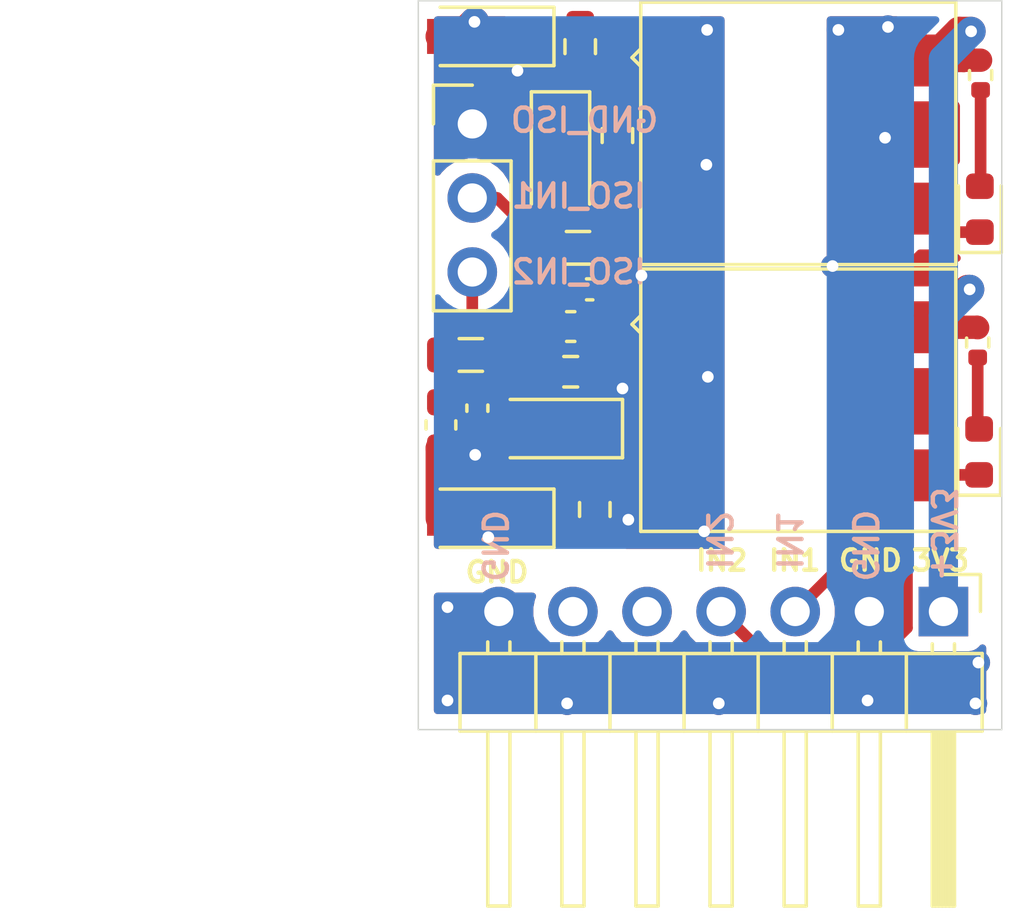
<source format=kicad_pcb>
(kicad_pcb (version 20171130) (host pcbnew "(5.1.8-0-10_14)")

  (general
    (thickness 1.6)
    (drawings 19)
    (tracks 116)
    (zones 0)
    (modules 22)
    (nets 18)
  )

  (page A4)
  (layers
    (0 F.Cu signal)
    (31 B.Cu signal)
    (32 B.Adhes user)
    (33 F.Adhes user)
    (34 B.Paste user hide)
    (35 F.Paste user hide)
    (36 B.SilkS user)
    (37 F.SilkS user)
    (38 B.Mask user hide)
    (39 F.Mask user hide)
    (40 Dwgs.User user)
    (41 Cmts.User user)
    (42 Eco1.User user)
    (43 Eco2.User user)
    (44 Edge.Cuts user)
    (45 Margin user)
    (46 B.CrtYd user)
    (47 F.CrtYd user)
    (48 B.Fab user)
    (49 F.Fab user)
  )

  (setup
    (last_trace_width 0.25)
    (user_trace_width 0.4)
    (user_trace_width 0.6)
    (user_trace_width 0.8)
    (user_trace_width 1)
    (trace_clearance 0.2)
    (zone_clearance 0.508)
    (zone_45_only no)
    (trace_min 0.2)
    (via_size 0.8)
    (via_drill 0.4)
    (via_min_size 0.4)
    (via_min_drill 0.3)
    (uvia_size 0.3)
    (uvia_drill 0.1)
    (uvias_allowed no)
    (uvia_min_size 0.2)
    (uvia_min_drill 0.1)
    (edge_width 0.05)
    (segment_width 0.2)
    (pcb_text_width 0.3)
    (pcb_text_size 1.5 1.5)
    (mod_edge_width 0.12)
    (mod_text_size 1 1)
    (mod_text_width 0.15)
    (pad_size 1.5 1.5)
    (pad_drill 0.7)
    (pad_to_mask_clearance 0)
    (aux_axis_origin 0 0)
    (visible_elements FFFFFF7F)
    (pcbplotparams
      (layerselection 0x010f0_ffffffff)
      (usegerberextensions false)
      (usegerberattributes true)
      (usegerberadvancedattributes true)
      (creategerberjobfile true)
      (excludeedgelayer false)
      (linewidth 0.100000)
      (plotframeref false)
      (viasonmask false)
      (mode 1)
      (useauxorigin false)
      (hpglpennumber 1)
      (hpglpenspeed 20)
      (hpglpendiameter 15.000000)
      (psnegative false)
      (psa4output false)
      (plotreference true)
      (plotvalue true)
      (plotinvisibletext false)
      (padsonsilk false)
      (subtractmaskfromsilk false)
      (outputformat 1)
      (mirror false)
      (drillshape 0)
      (scaleselection 1)
      (outputdirectory "assembly"))
  )

  (net 0 "")
  (net 1 GND)
  (net 2 /ISO_GND)
  (net 3 "Net-(C101-Pad1)")
  (net 4 /ISO_IN_1)
  (net 5 "Net-(D101-Pad2)")
  (net 6 /GPIO_1)
  (net 7 "Net-(D102-Pad1)")
  (net 8 "Net-(D103-Pad1)")
  (net 9 "Net-(D104-Pad2)")
  (net 10 /GPIO_2)
  (net 11 +3V3)
  (net 12 /ISO_IN_2)
  (net 13 "Net-(R102-Pad2)")
  (net 14 "Net-(C103-Pad1)")
  (net 15 "Net-(D105-Pad1)")
  (net 16 "Net-(D106-Pad1)")
  (net 17 "Net-(R105-Pad2)")

  (net_class Default "This is the default net class."
    (clearance 0.2)
    (trace_width 0.25)
    (via_dia 0.8)
    (via_drill 0.4)
    (uvia_dia 0.3)
    (uvia_drill 0.1)
    (add_net +3V3)
    (add_net /GPIO_1)
    (add_net /GPIO_2)
    (add_net /GPIO_3)
    (add_net /GPIO_4)
    (add_net /ISO_GND)
    (add_net /ISO_IN_1)
    (add_net /ISO_IN_2)
    (add_net GND)
    (add_net "Net-(C101-Pad1)")
    (add_net "Net-(C103-Pad1)")
    (add_net "Net-(D101-Pad2)")
    (add_net "Net-(D102-Pad1)")
    (add_net "Net-(D103-Pad1)")
    (add_net "Net-(D104-Pad2)")
    (add_net "Net-(D105-Pad1)")
    (add_net "Net-(D106-Pad1)")
    (add_net "Net-(R102-Pad2)")
    (add_net "Net-(R105-Pad2)")
    (add_net "Net-(U101-Pad3)")
    (add_net "Net-(U102-Pad3)")
  )

  (module Connector_PinHeader_2.54mm:PinHeader_1x03_P2.54mm_Vertical (layer F.Cu) (tedit 59FED5CC) (tstamp 5FBA9B06)
    (at 121.85 72.225)
    (descr "Through hole straight pin header, 1x03, 2.54mm pitch, single row")
    (tags "Through hole pin header THT 1x03 2.54mm single row")
    (path /5F95832D)
    (fp_text reference J901 (at 0 -2.33) (layer F.SilkS) hide
      (effects (font (size 1 1) (thickness 0.15)))
    )
    (fp_text value Conn_01x03 (at 0 7.41) (layer F.Fab) hide
      (effects (font (size 1 1) (thickness 0.15)))
    )
    (fp_line (start 1.8 -1.8) (end -1.8 -1.8) (layer F.CrtYd) (width 0.05))
    (fp_line (start 1.8 6.85) (end 1.8 -1.8) (layer F.CrtYd) (width 0.05))
    (fp_line (start -1.8 6.85) (end 1.8 6.85) (layer F.CrtYd) (width 0.05))
    (fp_line (start -1.8 -1.8) (end -1.8 6.85) (layer F.CrtYd) (width 0.05))
    (fp_line (start -1.33 -1.33) (end 0 -1.33) (layer F.SilkS) (width 0.12))
    (fp_line (start -1.33 0) (end -1.33 -1.33) (layer F.SilkS) (width 0.12))
    (fp_line (start -1.33 1.27) (end 1.33 1.27) (layer F.SilkS) (width 0.12))
    (fp_line (start 1.33 1.27) (end 1.33 6.41) (layer F.SilkS) (width 0.12))
    (fp_line (start -1.33 1.27) (end -1.33 6.41) (layer F.SilkS) (width 0.12))
    (fp_line (start -1.33 6.41) (end 1.33 6.41) (layer F.SilkS) (width 0.12))
    (fp_line (start -1.27 -0.635) (end -0.635 -1.27) (layer F.Fab) (width 0.1))
    (fp_line (start -1.27 6.35) (end -1.27 -0.635) (layer F.Fab) (width 0.1))
    (fp_line (start 1.27 6.35) (end -1.27 6.35) (layer F.Fab) (width 0.1))
    (fp_line (start 1.27 -1.27) (end 1.27 6.35) (layer F.Fab) (width 0.1))
    (fp_line (start -0.635 -1.27) (end 1.27 -1.27) (layer F.Fab) (width 0.1))
    (fp_text user %R (at 0 2.54 90) (layer F.Fab) hide
      (effects (font (size 1 1) (thickness 0.15)))
    )
    (pad 3 thru_hole oval (at 0 5.08) (size 1.7 1.7) (drill 1) (layers *.Cu *.Mask)
      (net 12 /ISO_IN_2))
    (pad 2 thru_hole oval (at 0 2.54) (size 1.7 1.7) (drill 1) (layers *.Cu *.Mask)
      (net 4 /ISO_IN_1))
    (pad 1 thru_hole rect (at 0 0) (size 1.7 1.7) (drill 1) (layers *.Cu *.Mask)
      (net 2 /ISO_GND))
    (model ${KISYS3DMOD}/Connector_PinHeader_2.54mm.3dshapes/PinHeader_1x03_P2.54mm_Vertical.wrl
      (at (xyz 0 0 0))
      (scale (xyz 1 1 1))
      (rotate (xyz 0 0 0))
    )
  )

  (module yacht_hardware:SMT-6_6.4x8.5x2.54P (layer F.Cu) (tedit 5FBA4A42) (tstamp 5FBACA6A)
    (at 140.525 84.2 270)
    (path /5FC23E4F)
    (attr smd)
    (fp_text reference U102 (at 0 0.5 90) (layer F.SilkS) hide
      (effects (font (size 1 1) (thickness 0.15)))
    )
    (fp_text value H11L1SR2M (at 0 -0.5 90) (layer F.Fab) hide
      (effects (font (size 1 1) (thickness 0.15)))
    )
    (fp_line (start -5.1 13.2) (end -4.8 12.9) (layer F.SilkS) (width 0.12))
    (fp_line (start -5.4 12.9) (end -5.1 13.2) (layer F.SilkS) (width 0.12))
    (fp_line (start -7 2.1) (end -7 12.9) (layer F.SilkS) (width 0.12))
    (fp_line (start 2 2.1) (end -7 2.1) (layer F.SilkS) (width 0.12))
    (fp_line (start 2 12.9) (end 2 2.1) (layer F.SilkS) (width 0.12))
    (fp_line (start -7 12.9) (end 2 12.9) (layer F.SilkS) (width 0.12))
    (fp_line (start -7 2.1) (end -7 12.9) (layer F.CrtYd) (width 0.12))
    (fp_line (start 2 2.1) (end -7 2.1) (layer F.CrtYd) (width 0.12))
    (fp_line (start 2 12.9) (end 2 2.1) (layer F.CrtYd) (width 0.12))
    (fp_line (start -7 12.9) (end 2 12.9) (layer F.CrtYd) (width 0.12))
    (pad 6 smd rect (at -5 2.98 270) (size 1.78 1.52) (layers F.Cu F.Paste F.Mask)
      (net 11 +3V3))
    (pad 5 smd rect (at -2.46 2.98 270) (size 1.78 1.52) (layers F.Cu F.Paste F.Mask)
      (net 1 GND))
    (pad 4 smd rect (at 0.08 2.98 270) (size 1.78 1.52) (layers F.Cu F.Paste F.Mask)
      (net 10 /GPIO_2))
    (pad 3 smd rect (at 0.08 12 270) (size 1.78 1.52) (layers F.Cu F.Paste F.Mask))
    (pad 2 smd rect (at -2.46 12 270) (size 1.78 1.52) (layers F.Cu F.Paste F.Mask)
      (net 2 /ISO_GND))
    (pad 1 smd rect (at -5 12 270) (size 1.78 1.52) (layers F.Cu F.Paste F.Mask)
      (net 17 "Net-(R105-Pad2)"))
  )

  (module Resistor_SMD:R_0603_1608Metric (layer F.Cu) (tedit 5F68FEEE) (tstamp 5FBACA30)
    (at 126.05 85.45 270)
    (descr "Resistor SMD 0603 (1608 Metric), square (rectangular) end terminal, IPC_7351 nominal, (Body size source: IPC-SM-782 page 72, https://www.pcb-3d.com/wordpress/wp-content/uploads/ipc-sm-782a_amendment_1_and_2.pdf), generated with kicad-footprint-generator")
    (tags resistor)
    (path /5FC23E56)
    (attr smd)
    (fp_text reference R106 (at 0 -1.43 90) (layer F.SilkS) hide
      (effects (font (size 1 1) (thickness 0.15)))
    )
    (fp_text value 1k (at 0 1.43 90) (layer F.Fab) hide
      (effects (font (size 1 1) (thickness 0.15)))
    )
    (fp_line (start 1.48 0.73) (end -1.48 0.73) (layer F.CrtYd) (width 0.05))
    (fp_line (start 1.48 -0.73) (end 1.48 0.73) (layer F.CrtYd) (width 0.05))
    (fp_line (start -1.48 -0.73) (end 1.48 -0.73) (layer F.CrtYd) (width 0.05))
    (fp_line (start -1.48 0.73) (end -1.48 -0.73) (layer F.CrtYd) (width 0.05))
    (fp_line (start -0.237258 0.5225) (end 0.237258 0.5225) (layer F.SilkS) (width 0.12))
    (fp_line (start -0.237258 -0.5225) (end 0.237258 -0.5225) (layer F.SilkS) (width 0.12))
    (fp_line (start 0.8 0.4125) (end -0.8 0.4125) (layer F.Fab) (width 0.1))
    (fp_line (start 0.8 -0.4125) (end 0.8 0.4125) (layer F.Fab) (width 0.1))
    (fp_line (start -0.8 -0.4125) (end 0.8 -0.4125) (layer F.Fab) (width 0.1))
    (fp_line (start -0.8 0.4125) (end -0.8 -0.4125) (layer F.Fab) (width 0.1))
    (fp_text user %R (at 0 0 90) (layer F.Fab) hide
      (effects (font (size 0.4 0.4) (thickness 0.06)))
    )
    (pad 2 smd roundrect (at 0.825 0 270) (size 0.8 0.95) (layers F.Cu F.Paste F.Mask) (roundrect_rratio 0.25)
      (net 15 "Net-(D105-Pad1)"))
    (pad 1 smd roundrect (at -0.825 0 270) (size 0.8 0.95) (layers F.Cu F.Paste F.Mask) (roundrect_rratio 0.25)
      (net 16 "Net-(D106-Pad1)"))
    (model ${KISYS3DMOD}/Resistor_SMD.3dshapes/R_0603_1608Metric.wrl
      (at (xyz 0 0 0))
      (scale (xyz 1 1 1))
      (rotate (xyz 0 0 0))
    )
  )

  (module Resistor_SMD:R_0603_1608Metric (layer F.Cu) (tedit 5F68FEEE) (tstamp 5FBACA1F)
    (at 125.225 80.725)
    (descr "Resistor SMD 0603 (1608 Metric), square (rectangular) end terminal, IPC_7351 nominal, (Body size source: IPC-SM-782 page 72, https://www.pcb-3d.com/wordpress/wp-content/uploads/ipc-sm-782a_amendment_1_and_2.pdf), generated with kicad-footprint-generator")
    (tags resistor)
    (path /5FC23E48)
    (attr smd)
    (fp_text reference R105 (at 0 -1.43) (layer F.SilkS) hide
      (effects (font (size 1 1) (thickness 0.15)))
    )
    (fp_text value 330 (at 0 1.43) (layer F.Fab) hide
      (effects (font (size 1 1) (thickness 0.15)))
    )
    (fp_line (start 1.48 0.73) (end -1.48 0.73) (layer F.CrtYd) (width 0.05))
    (fp_line (start 1.48 -0.73) (end 1.48 0.73) (layer F.CrtYd) (width 0.05))
    (fp_line (start -1.48 -0.73) (end 1.48 -0.73) (layer F.CrtYd) (width 0.05))
    (fp_line (start -1.48 0.73) (end -1.48 -0.73) (layer F.CrtYd) (width 0.05))
    (fp_line (start -0.237258 0.5225) (end 0.237258 0.5225) (layer F.SilkS) (width 0.12))
    (fp_line (start -0.237258 -0.5225) (end 0.237258 -0.5225) (layer F.SilkS) (width 0.12))
    (fp_line (start 0.8 0.4125) (end -0.8 0.4125) (layer F.Fab) (width 0.1))
    (fp_line (start 0.8 -0.4125) (end 0.8 0.4125) (layer F.Fab) (width 0.1))
    (fp_line (start -0.8 -0.4125) (end 0.8 -0.4125) (layer F.Fab) (width 0.1))
    (fp_line (start -0.8 0.4125) (end -0.8 -0.4125) (layer F.Fab) (width 0.1))
    (fp_text user %R (at 0 0) (layer F.Fab) hide
      (effects (font (size 0.4 0.4) (thickness 0.06)))
    )
    (pad 2 smd roundrect (at 0.825 0) (size 0.8 0.95) (layers F.Cu F.Paste F.Mask) (roundrect_rratio 0.25)
      (net 17 "Net-(R105-Pad2)"))
    (pad 1 smd roundrect (at -0.825 0) (size 0.8 0.95) (layers F.Cu F.Paste F.Mask) (roundrect_rratio 0.25)
      (net 15 "Net-(D105-Pad1)"))
    (model ${KISYS3DMOD}/Resistor_SMD.3dshapes/R_0603_1608Metric.wrl
      (at (xyz 0 0 0))
      (scale (xyz 1 1 1))
      (rotate (xyz 0 0 0))
    )
  )

  (module Resistor_SMD:R_0402_1005Metric (layer F.Cu) (tedit 5F68FEEE) (tstamp 5FBACA0E)
    (at 139.175 79.725 270)
    (descr "Resistor SMD 0402 (1005 Metric), square (rectangular) end terminal, IPC_7351 nominal, (Body size source: IPC-SM-782 page 72, https://www.pcb-3d.com/wordpress/wp-content/uploads/ipc-sm-782a_amendment_1_and_2.pdf), generated with kicad-footprint-generator")
    (tags resistor)
    (path /5FC23E84)
    (attr smd)
    (fp_text reference R104 (at 0 -1.17 90) (layer F.SilkS) hide
      (effects (font (size 1 1) (thickness 0.15)))
    )
    (fp_text value 1k (at 0 1.17 90) (layer F.Fab) hide
      (effects (font (size 1 1) (thickness 0.15)))
    )
    (fp_line (start 0.93 0.47) (end -0.93 0.47) (layer F.CrtYd) (width 0.05))
    (fp_line (start 0.93 -0.47) (end 0.93 0.47) (layer F.CrtYd) (width 0.05))
    (fp_line (start -0.93 -0.47) (end 0.93 -0.47) (layer F.CrtYd) (width 0.05))
    (fp_line (start -0.93 0.47) (end -0.93 -0.47) (layer F.CrtYd) (width 0.05))
    (fp_line (start -0.153641 0.38) (end 0.153641 0.38) (layer F.SilkS) (width 0.12))
    (fp_line (start -0.153641 -0.38) (end 0.153641 -0.38) (layer F.SilkS) (width 0.12))
    (fp_line (start 0.525 0.27) (end -0.525 0.27) (layer F.Fab) (width 0.1))
    (fp_line (start 0.525 -0.27) (end 0.525 0.27) (layer F.Fab) (width 0.1))
    (fp_line (start -0.525 -0.27) (end 0.525 -0.27) (layer F.Fab) (width 0.1))
    (fp_line (start -0.525 0.27) (end -0.525 -0.27) (layer F.Fab) (width 0.1))
    (fp_text user %R (at 0 0 90) (layer F.Fab) hide
      (effects (font (size 0.26 0.26) (thickness 0.04)))
    )
    (pad 2 smd roundrect (at 0.51 0 270) (size 0.54 0.64) (layers F.Cu F.Paste F.Mask) (roundrect_rratio 0.25)
      (net 9 "Net-(D104-Pad2)"))
    (pad 1 smd roundrect (at -0.51 0 270) (size 0.54 0.64) (layers F.Cu F.Paste F.Mask) (roundrect_rratio 0.25)
      (net 11 +3V3))
    (model ${KISYS3DMOD}/Resistor_SMD.3dshapes/R_0402_1005Metric.wrl
      (at (xyz 0 0 0))
      (scale (xyz 1 1 1))
      (rotate (xyz 0 0 0))
    )
  )

  (module Inductor_SMD:L_0805_2012Metric (layer F.Cu) (tedit 5F68FEF0) (tstamp 5FBAC889)
    (at 121.8 80.15)
    (descr "Inductor SMD 0805 (2012 Metric), square (rectangular) end terminal, IPC_7351 nominal, (Body size source: IPC-SM-782 page 80, https://www.pcb-3d.com/wordpress/wp-content/uploads/ipc-sm-782a_amendment_1_and_2.pdf), generated with kicad-footprint-generator")
    (tags inductor)
    (path /5FC23E41)
    (attr smd)
    (fp_text reference FB102 (at 0 -1.55) (layer F.SilkS) hide
      (effects (font (size 1 1) (thickness 0.15)))
    )
    (fp_text value GZ2012D101TF (at 0 1.55) (layer F.Fab) hide
      (effects (font (size 1 1) (thickness 0.15)))
    )
    (fp_line (start 1.75 0.85) (end -1.75 0.85) (layer F.CrtYd) (width 0.05))
    (fp_line (start 1.75 -0.85) (end 1.75 0.85) (layer F.CrtYd) (width 0.05))
    (fp_line (start -1.75 -0.85) (end 1.75 -0.85) (layer F.CrtYd) (width 0.05))
    (fp_line (start -1.75 0.85) (end -1.75 -0.85) (layer F.CrtYd) (width 0.05))
    (fp_line (start -0.399622 0.56) (end 0.399622 0.56) (layer F.SilkS) (width 0.12))
    (fp_line (start -0.399622 -0.56) (end 0.399622 -0.56) (layer F.SilkS) (width 0.12))
    (fp_line (start 1 0.45) (end -1 0.45) (layer F.Fab) (width 0.1))
    (fp_line (start 1 -0.45) (end 1 0.45) (layer F.Fab) (width 0.1))
    (fp_line (start -1 -0.45) (end 1 -0.45) (layer F.Fab) (width 0.1))
    (fp_line (start -1 0.45) (end -1 -0.45) (layer F.Fab) (width 0.1))
    (fp_text user %R (at 0 0) (layer F.Fab) hide
      (effects (font (size 0.5 0.5) (thickness 0.08)))
    )
    (pad 2 smd roundrect (at 1.0625 0) (size 0.875 1.2) (layers F.Cu F.Paste F.Mask) (roundrect_rratio 0.25)
      (net 14 "Net-(C103-Pad1)"))
    (pad 1 smd roundrect (at -1.0625 0) (size 0.875 1.2) (layers F.Cu F.Paste F.Mask) (roundrect_rratio 0.25)
      (net 12 /ISO_IN_2))
    (model ${KISYS3DMOD}/Inductor_SMD.3dshapes/L_0805_2012Metric.wrl
      (at (xyz 0 0 0))
      (scale (xyz 1 1 1))
      (rotate (xyz 0 0 0))
    )
  )

  (module Diode_SMD:D_SOD-123F (layer F.Cu) (tedit 587F7769) (tstamp 5FBAC858)
    (at 124.8 82.675 180)
    (descr D_SOD-123F)
    (tags D_SOD-123F)
    (path /5FC23E5D)
    (attr smd)
    (fp_text reference D106 (at -0.127 -1.905) (layer F.SilkS) hide
      (effects (font (size 1 1) (thickness 0.15)))
    )
    (fp_text value SM4007PL (at 0 2.1) (layer F.Fab) hide
      (effects (font (size 1 1) (thickness 0.15)))
    )
    (fp_line (start -2.2 -1) (end 1.65 -1) (layer F.SilkS) (width 0.12))
    (fp_line (start -2.2 1) (end 1.65 1) (layer F.SilkS) (width 0.12))
    (fp_line (start -2.2 -1.15) (end -2.2 1.15) (layer F.CrtYd) (width 0.05))
    (fp_line (start 2.2 1.15) (end -2.2 1.15) (layer F.CrtYd) (width 0.05))
    (fp_line (start 2.2 -1.15) (end 2.2 1.15) (layer F.CrtYd) (width 0.05))
    (fp_line (start -2.2 -1.15) (end 2.2 -1.15) (layer F.CrtYd) (width 0.05))
    (fp_line (start -1.4 -0.9) (end 1.4 -0.9) (layer F.Fab) (width 0.1))
    (fp_line (start 1.4 -0.9) (end 1.4 0.9) (layer F.Fab) (width 0.1))
    (fp_line (start 1.4 0.9) (end -1.4 0.9) (layer F.Fab) (width 0.1))
    (fp_line (start -1.4 0.9) (end -1.4 -0.9) (layer F.Fab) (width 0.1))
    (fp_line (start -0.75 0) (end -0.35 0) (layer F.Fab) (width 0.1))
    (fp_line (start -0.35 0) (end -0.35 -0.55) (layer F.Fab) (width 0.1))
    (fp_line (start -0.35 0) (end -0.35 0.55) (layer F.Fab) (width 0.1))
    (fp_line (start -0.35 0) (end 0.25 -0.4) (layer F.Fab) (width 0.1))
    (fp_line (start 0.25 -0.4) (end 0.25 0.4) (layer F.Fab) (width 0.1))
    (fp_line (start 0.25 0.4) (end -0.35 0) (layer F.Fab) (width 0.1))
    (fp_line (start 0.25 0) (end 0.75 0) (layer F.Fab) (width 0.1))
    (fp_line (start -2.2 -1) (end -2.2 1) (layer F.SilkS) (width 0.12))
    (fp_text user %R (at -0.127 -1.905) (layer F.Fab) hide
      (effects (font (size 1 1) (thickness 0.15)))
    )
    (pad 2 smd rect (at 1.4 0 180) (size 1.1 1.1) (layers F.Cu F.Paste F.Mask)
      (net 14 "Net-(C103-Pad1)"))
    (pad 1 smd rect (at -1.4 0 180) (size 1.1 1.1) (layers F.Cu F.Paste F.Mask)
      (net 16 "Net-(D106-Pad1)"))
    (model ${KISYS3DMOD}/Diode_SMD.3dshapes/D_SOD-123F.wrl
      (at (xyz 0 0 0))
      (scale (xyz 1 1 1))
      (rotate (xyz 0 0 0))
    )
  )

  (module Diode_SMD:D_SOD-123 (layer F.Cu) (tedit 58645DC7) (tstamp 5FBAC83F)
    (at 122.4 85.75 180)
    (descr SOD-123)
    (tags SOD-123)
    (path /5FC23E93)
    (attr smd)
    (fp_text reference D105 (at 0 -2) (layer F.SilkS) hide
      (effects (font (size 1 1) (thickness 0.15)))
    )
    (fp_text value MM1Z4V7B (at 0 2.1) (layer F.Fab) hide
      (effects (font (size 1 1) (thickness 0.15)))
    )
    (fp_line (start -2.25 -1) (end 1.65 -1) (layer F.SilkS) (width 0.12))
    (fp_line (start -2.25 1) (end 1.65 1) (layer F.SilkS) (width 0.12))
    (fp_line (start -2.35 -1.15) (end -2.35 1.15) (layer F.CrtYd) (width 0.05))
    (fp_line (start 2.35 1.15) (end -2.35 1.15) (layer F.CrtYd) (width 0.05))
    (fp_line (start 2.35 -1.15) (end 2.35 1.15) (layer F.CrtYd) (width 0.05))
    (fp_line (start -2.35 -1.15) (end 2.35 -1.15) (layer F.CrtYd) (width 0.05))
    (fp_line (start -1.4 -0.9) (end 1.4 -0.9) (layer F.Fab) (width 0.1))
    (fp_line (start 1.4 -0.9) (end 1.4 0.9) (layer F.Fab) (width 0.1))
    (fp_line (start 1.4 0.9) (end -1.4 0.9) (layer F.Fab) (width 0.1))
    (fp_line (start -1.4 0.9) (end -1.4 -0.9) (layer F.Fab) (width 0.1))
    (fp_line (start -0.75 0) (end -0.35 0) (layer F.Fab) (width 0.1))
    (fp_line (start -0.35 0) (end -0.35 -0.55) (layer F.Fab) (width 0.1))
    (fp_line (start -0.35 0) (end -0.35 0.55) (layer F.Fab) (width 0.1))
    (fp_line (start -0.35 0) (end 0.25 -0.4) (layer F.Fab) (width 0.1))
    (fp_line (start 0.25 -0.4) (end 0.25 0.4) (layer F.Fab) (width 0.1))
    (fp_line (start 0.25 0.4) (end -0.35 0) (layer F.Fab) (width 0.1))
    (fp_line (start 0.25 0) (end 0.75 0) (layer F.Fab) (width 0.1))
    (fp_line (start -2.25 -1) (end -2.25 1) (layer F.SilkS) (width 0.12))
    (fp_text user %R (at 0 -2) (layer F.Fab) hide
      (effects (font (size 1 1) (thickness 0.15)))
    )
    (pad 2 smd rect (at 1.65 0 180) (size 0.9 1.2) (layers F.Cu F.Paste F.Mask)
      (net 2 /ISO_GND))
    (pad 1 smd rect (at -1.65 0 180) (size 0.9 1.2) (layers F.Cu F.Paste F.Mask)
      (net 15 "Net-(D105-Pad1)"))
    (model ${KISYS3DMOD}/Diode_SMD.3dshapes/D_SOD-123.wrl
      (at (xyz 0 0 0))
      (scale (xyz 1 1 1))
      (rotate (xyz 0 0 0))
    )
  )

  (module LED_SMD:LED_0603_1608Metric (layer F.Cu) (tedit 5F68FEF1) (tstamp 5FBAC826)
    (at 139.225 83.475 90)
    (descr "LED SMD 0603 (1608 Metric), square (rectangular) end terminal, IPC_7351 nominal, (Body size source: http://www.tortai-tech.com/upload/download/2011102023233369053.pdf), generated with kicad-footprint-generator")
    (tags LED)
    (path /5FC23E7D)
    (attr smd)
    (fp_text reference D104 (at 0 -1.43 90) (layer F.SilkS) hide
      (effects (font (size 1 1) (thickness 0.15)))
    )
    (fp_text value "GREEN LED" (at 0 1.43 90) (layer F.Fab) hide
      (effects (font (size 1 1) (thickness 0.15)))
    )
    (fp_line (start 1.48 0.73) (end -1.48 0.73) (layer F.CrtYd) (width 0.05))
    (fp_line (start 1.48 -0.73) (end 1.48 0.73) (layer F.CrtYd) (width 0.05))
    (fp_line (start -1.48 -0.73) (end 1.48 -0.73) (layer F.CrtYd) (width 0.05))
    (fp_line (start -1.48 0.73) (end -1.48 -0.73) (layer F.CrtYd) (width 0.05))
    (fp_line (start -1.485 0.735) (end 0.8 0.735) (layer F.SilkS) (width 0.12))
    (fp_line (start -1.485 -0.735) (end -1.485 0.735) (layer F.SilkS) (width 0.12))
    (fp_line (start 0.8 -0.735) (end -1.485 -0.735) (layer F.SilkS) (width 0.12))
    (fp_line (start 0.8 0.4) (end 0.8 -0.4) (layer F.Fab) (width 0.1))
    (fp_line (start -0.8 0.4) (end 0.8 0.4) (layer F.Fab) (width 0.1))
    (fp_line (start -0.8 -0.1) (end -0.8 0.4) (layer F.Fab) (width 0.1))
    (fp_line (start -0.5 -0.4) (end -0.8 -0.1) (layer F.Fab) (width 0.1))
    (fp_line (start 0.8 -0.4) (end -0.5 -0.4) (layer F.Fab) (width 0.1))
    (fp_text user %R (at 0 0 90) (layer F.Fab) hide
      (effects (font (size 0.4 0.4) (thickness 0.06)))
    )
    (pad 2 smd roundrect (at 0.7875 0 90) (size 0.875 0.95) (layers F.Cu F.Paste F.Mask) (roundrect_rratio 0.25)
      (net 9 "Net-(D104-Pad2)"))
    (pad 1 smd roundrect (at -0.7875 0 90) (size 0.875 0.95) (layers F.Cu F.Paste F.Mask) (roundrect_rratio 0.25)
      (net 10 /GPIO_2))
    (model ${KISYS3DMOD}/LED_SMD.3dshapes/LED_0603_1608Metric.wrl
      (at (xyz 0 0 0))
      (scale (xyz 1 1 1))
      (rotate (xyz 0 0 0))
    )
  )

  (module Capacitor_SMD:C_0603_1608Metric (layer F.Cu) (tedit 5F68FEEE) (tstamp 5FBAC78F)
    (at 120.775 82.55 270)
    (descr "Capacitor SMD 0603 (1608 Metric), square (rectangular) end terminal, IPC_7351 nominal, (Body size source: IPC-SM-782 page 76, https://www.pcb-3d.com/wordpress/wp-content/uploads/ipc-sm-782a_amendment_1_and_2.pdf), generated with kicad-footprint-generator")
    (tags capacitor)
    (path /5FC23E37)
    (attr smd)
    (fp_text reference C104 (at 0 -1.43 90) (layer F.SilkS) hide
      (effects (font (size 1 1) (thickness 0.15)))
    )
    (fp_text value 33pF/50V (at 0 1.43 90) (layer F.Fab) hide
      (effects (font (size 1 1) (thickness 0.15)))
    )
    (fp_line (start 1.48 0.73) (end -1.48 0.73) (layer F.CrtYd) (width 0.05))
    (fp_line (start 1.48 -0.73) (end 1.48 0.73) (layer F.CrtYd) (width 0.05))
    (fp_line (start -1.48 -0.73) (end 1.48 -0.73) (layer F.CrtYd) (width 0.05))
    (fp_line (start -1.48 0.73) (end -1.48 -0.73) (layer F.CrtYd) (width 0.05))
    (fp_line (start -0.14058 0.51) (end 0.14058 0.51) (layer F.SilkS) (width 0.12))
    (fp_line (start -0.14058 -0.51) (end 0.14058 -0.51) (layer F.SilkS) (width 0.12))
    (fp_line (start 0.8 0.4) (end -0.8 0.4) (layer F.Fab) (width 0.1))
    (fp_line (start 0.8 -0.4) (end 0.8 0.4) (layer F.Fab) (width 0.1))
    (fp_line (start -0.8 -0.4) (end 0.8 -0.4) (layer F.Fab) (width 0.1))
    (fp_line (start -0.8 0.4) (end -0.8 -0.4) (layer F.Fab) (width 0.1))
    (fp_text user %R (at 0 0 90) (layer F.Fab) hide
      (effects (font (size 0.4 0.4) (thickness 0.06)))
    )
    (pad 2 smd roundrect (at 0.775 0 270) (size 0.9 0.95) (layers F.Cu F.Paste F.Mask) (roundrect_rratio 0.25)
      (net 2 /ISO_GND))
    (pad 1 smd roundrect (at -0.775 0 270) (size 0.9 0.95) (layers F.Cu F.Paste F.Mask) (roundrect_rratio 0.25)
      (net 12 /ISO_IN_2))
    (model ${KISYS3DMOD}/Capacitor_SMD.3dshapes/C_0603_1608Metric.wrl
      (at (xyz 0 0 0))
      (scale (xyz 1 1 1))
      (rotate (xyz 0 0 0))
    )
  )

  (module Capacitor_SMD:C_0402_1005Metric (layer F.Cu) (tedit 5F68FEEE) (tstamp 5FBAC77E)
    (at 122.025 81.975 270)
    (descr "Capacitor SMD 0402 (1005 Metric), square (rectangular) end terminal, IPC_7351 nominal, (Body size source: IPC-SM-782 page 76, https://www.pcb-3d.com/wordpress/wp-content/uploads/ipc-sm-782a_amendment_1_and_2.pdf), generated with kicad-footprint-generator")
    (tags capacitor)
    (path /5FC23E30)
    (attr smd)
    (fp_text reference C103 (at 0 -1.16 90) (layer F.SilkS) hide
      (effects (font (size 1 1) (thickness 0.15)))
    )
    (fp_text value 33pF (at 0 1.16 90) (layer F.Fab) hide
      (effects (font (size 1 1) (thickness 0.15)))
    )
    (fp_line (start 0.91 0.46) (end -0.91 0.46) (layer F.CrtYd) (width 0.05))
    (fp_line (start 0.91 -0.46) (end 0.91 0.46) (layer F.CrtYd) (width 0.05))
    (fp_line (start -0.91 -0.46) (end 0.91 -0.46) (layer F.CrtYd) (width 0.05))
    (fp_line (start -0.91 0.46) (end -0.91 -0.46) (layer F.CrtYd) (width 0.05))
    (fp_line (start -0.107836 0.36) (end 0.107836 0.36) (layer F.SilkS) (width 0.12))
    (fp_line (start -0.107836 -0.36) (end 0.107836 -0.36) (layer F.SilkS) (width 0.12))
    (fp_line (start 0.5 0.25) (end -0.5 0.25) (layer F.Fab) (width 0.1))
    (fp_line (start 0.5 -0.25) (end 0.5 0.25) (layer F.Fab) (width 0.1))
    (fp_line (start -0.5 -0.25) (end 0.5 -0.25) (layer F.Fab) (width 0.1))
    (fp_line (start -0.5 0.25) (end -0.5 -0.25) (layer F.Fab) (width 0.1))
    (fp_text user %R (at 0 0 90) (layer F.Fab) hide
      (effects (font (size 0.25 0.25) (thickness 0.04)))
    )
    (pad 2 smd roundrect (at 0.48 0 270) (size 0.56 0.62) (layers F.Cu F.Paste F.Mask) (roundrect_rratio 0.25)
      (net 2 /ISO_GND))
    (pad 1 smd roundrect (at -0.48 0 270) (size 0.56 0.62) (layers F.Cu F.Paste F.Mask) (roundrect_rratio 0.25)
      (net 14 "Net-(C103-Pad1)"))
    (model ${KISYS3DMOD}/Capacitor_SMD.3dshapes/C_0402_1005Metric.wrl
      (at (xyz 0 0 0))
      (scale (xyz 1 1 1))
      (rotate (xyz 0 0 0))
    )
  )

  (module yacht_hardware:SMT-6_6.4x8.5x2.54P (layer F.Cu) (tedit 5FBA4A42) (tstamp 5FBAC387)
    (at 140.525 75.05 270)
    (path /5FBACF69)
    (attr smd)
    (fp_text reference U101 (at 0 0.5 90) (layer F.SilkS) hide
      (effects (font (size 1 1) (thickness 0.15)))
    )
    (fp_text value H11L1SR2M (at 0 -0.5 90) (layer F.Fab) hide
      (effects (font (size 1 1) (thickness 0.15)))
    )
    (fp_line (start -5.1 13.2) (end -4.8 12.9) (layer F.SilkS) (width 0.12))
    (fp_line (start -5.4 12.9) (end -5.1 13.2) (layer F.SilkS) (width 0.12))
    (fp_line (start -7 2.1) (end -7 12.9) (layer F.SilkS) (width 0.12))
    (fp_line (start 2 2.1) (end -7 2.1) (layer F.SilkS) (width 0.12))
    (fp_line (start 2 12.9) (end 2 2.1) (layer F.SilkS) (width 0.12))
    (fp_line (start -7 12.9) (end 2 12.9) (layer F.SilkS) (width 0.12))
    (fp_line (start -7 2.1) (end -7 12.9) (layer F.CrtYd) (width 0.12))
    (fp_line (start 2 2.1) (end -7 2.1) (layer F.CrtYd) (width 0.12))
    (fp_line (start 2 12.9) (end 2 2.1) (layer F.CrtYd) (width 0.12))
    (fp_line (start -7 12.9) (end 2 12.9) (layer F.CrtYd) (width 0.12))
    (pad 6 smd rect (at -5 2.98 270) (size 1.78 1.52) (layers F.Cu F.Paste F.Mask)
      (net 11 +3V3))
    (pad 5 smd rect (at -2.46 2.98 270) (size 1.78 1.52) (layers F.Cu F.Paste F.Mask)
      (net 1 GND))
    (pad 4 smd rect (at 0.08 2.98 270) (size 1.78 1.52) (layers F.Cu F.Paste F.Mask)
      (net 6 /GPIO_1))
    (pad 3 smd rect (at 0.08 12 270) (size 1.78 1.52) (layers F.Cu F.Paste F.Mask))
    (pad 2 smd rect (at -2.46 12 270) (size 1.78 1.52) (layers F.Cu F.Paste F.Mask)
      (net 2 /ISO_GND))
    (pad 1 smd rect (at -5 12 270) (size 1.78 1.52) (layers F.Cu F.Paste F.Mask)
      (net 13 "Net-(R102-Pad2)"))
  )

  (module Resistor_SMD:R_0603_1608Metric (layer F.Cu) (tedit 5F68FEEE) (tstamp 5FBA9B39)
    (at 126.825 72.625 90)
    (descr "Resistor SMD 0603 (1608 Metric), square (rectangular) end terminal, IPC_7351 nominal, (Body size source: IPC-SM-782 page 72, https://www.pcb-3d.com/wordpress/wp-content/uploads/ipc-sm-782a_amendment_1_and_2.pdf), generated with kicad-footprint-generator")
    (tags resistor)
    (path /5FBB0620)
    (attr smd)
    (fp_text reference R103 (at 0 -1.43 90) (layer F.SilkS) hide
      (effects (font (size 1 1) (thickness 0.15)))
    )
    (fp_text value 1k (at 0 1.43 90) (layer F.Fab) hide
      (effects (font (size 1 1) (thickness 0.15)))
    )
    (fp_line (start 1.48 0.73) (end -1.48 0.73) (layer F.CrtYd) (width 0.05))
    (fp_line (start 1.48 -0.73) (end 1.48 0.73) (layer F.CrtYd) (width 0.05))
    (fp_line (start -1.48 -0.73) (end 1.48 -0.73) (layer F.CrtYd) (width 0.05))
    (fp_line (start -1.48 0.73) (end -1.48 -0.73) (layer F.CrtYd) (width 0.05))
    (fp_line (start -0.237258 0.5225) (end 0.237258 0.5225) (layer F.SilkS) (width 0.12))
    (fp_line (start -0.237258 -0.5225) (end 0.237258 -0.5225) (layer F.SilkS) (width 0.12))
    (fp_line (start 0.8 0.4125) (end -0.8 0.4125) (layer F.Fab) (width 0.1))
    (fp_line (start 0.8 -0.4125) (end 0.8 0.4125) (layer F.Fab) (width 0.1))
    (fp_line (start -0.8 -0.4125) (end 0.8 -0.4125) (layer F.Fab) (width 0.1))
    (fp_line (start -0.8 0.4125) (end -0.8 -0.4125) (layer F.Fab) (width 0.1))
    (fp_text user %R (at 0 0 90) (layer F.Fab) hide
      (effects (font (size 0.4 0.4) (thickness 0.06)))
    )
    (pad 2 smd roundrect (at 0.825 0 90) (size 0.8 0.95) (layers F.Cu F.Paste F.Mask) (roundrect_rratio 0.25)
      (net 7 "Net-(D102-Pad1)"))
    (pad 1 smd roundrect (at -0.825 0 90) (size 0.8 0.95) (layers F.Cu F.Paste F.Mask) (roundrect_rratio 0.25)
      (net 8 "Net-(D103-Pad1)"))
    (model ${KISYS3DMOD}/Resistor_SMD.3dshapes/R_0603_1608Metric.wrl
      (at (xyz 0 0 0))
      (scale (xyz 1 1 1))
      (rotate (xyz 0 0 0))
    )
  )

  (module Resistor_SMD:R_0603_1608Metric (layer F.Cu) (tedit 5F68FEEE) (tstamp 5FBA9B28)
    (at 125.55 69.575 90)
    (descr "Resistor SMD 0603 (1608 Metric), square (rectangular) end terminal, IPC_7351 nominal, (Body size source: IPC-SM-782 page 72, https://www.pcb-3d.com/wordpress/wp-content/uploads/ipc-sm-782a_amendment_1_and_2.pdf), generated with kicad-footprint-generator")
    (tags resistor)
    (path /5FB3CD58)
    (attr smd)
    (fp_text reference R102 (at 0 -1.43 90) (layer F.SilkS) hide
      (effects (font (size 1 1) (thickness 0.15)))
    )
    (fp_text value 330 (at 0 1.43 90) (layer F.Fab) hide
      (effects (font (size 1 1) (thickness 0.15)))
    )
    (fp_line (start 1.48 0.73) (end -1.48 0.73) (layer F.CrtYd) (width 0.05))
    (fp_line (start 1.48 -0.73) (end 1.48 0.73) (layer F.CrtYd) (width 0.05))
    (fp_line (start -1.48 -0.73) (end 1.48 -0.73) (layer F.CrtYd) (width 0.05))
    (fp_line (start -1.48 0.73) (end -1.48 -0.73) (layer F.CrtYd) (width 0.05))
    (fp_line (start -0.237258 0.5225) (end 0.237258 0.5225) (layer F.SilkS) (width 0.12))
    (fp_line (start -0.237258 -0.5225) (end 0.237258 -0.5225) (layer F.SilkS) (width 0.12))
    (fp_line (start 0.8 0.4125) (end -0.8 0.4125) (layer F.Fab) (width 0.1))
    (fp_line (start 0.8 -0.4125) (end 0.8 0.4125) (layer F.Fab) (width 0.1))
    (fp_line (start -0.8 -0.4125) (end 0.8 -0.4125) (layer F.Fab) (width 0.1))
    (fp_line (start -0.8 0.4125) (end -0.8 -0.4125) (layer F.Fab) (width 0.1))
    (fp_text user %R (at 0 0 90) (layer F.Fab) hide
      (effects (font (size 0.4 0.4) (thickness 0.06)))
    )
    (pad 2 smd roundrect (at 0.825 0 90) (size 0.8 0.95) (layers F.Cu F.Paste F.Mask) (roundrect_rratio 0.25)
      (net 13 "Net-(R102-Pad2)"))
    (pad 1 smd roundrect (at -0.825 0 90) (size 0.8 0.95) (layers F.Cu F.Paste F.Mask) (roundrect_rratio 0.25)
      (net 7 "Net-(D102-Pad1)"))
    (model ${KISYS3DMOD}/Resistor_SMD.3dshapes/R_0603_1608Metric.wrl
      (at (xyz 0 0 0))
      (scale (xyz 1 1 1))
      (rotate (xyz 0 0 0))
    )
  )

  (module Resistor_SMD:R_0402_1005Metric (layer F.Cu) (tedit 5F68FEEE) (tstamp 5FBA9B17)
    (at 139.275 70.55 270)
    (descr "Resistor SMD 0402 (1005 Metric), square (rectangular) end terminal, IPC_7351 nominal, (Body size source: IPC-SM-782 page 72, https://www.pcb-3d.com/wordpress/wp-content/uploads/ipc-sm-782a_amendment_1_and_2.pdf), generated with kicad-footprint-generator")
    (tags resistor)
    (path /5FC5F831)
    (attr smd)
    (fp_text reference R101 (at 0 -1.17 90) (layer F.SilkS) hide
      (effects (font (size 1 1) (thickness 0.15)))
    )
    (fp_text value 1k (at 0 1.17 90) (layer F.Fab) hide
      (effects (font (size 1 1) (thickness 0.15)))
    )
    (fp_line (start 0.93 0.47) (end -0.93 0.47) (layer F.CrtYd) (width 0.05))
    (fp_line (start 0.93 -0.47) (end 0.93 0.47) (layer F.CrtYd) (width 0.05))
    (fp_line (start -0.93 -0.47) (end 0.93 -0.47) (layer F.CrtYd) (width 0.05))
    (fp_line (start -0.93 0.47) (end -0.93 -0.47) (layer F.CrtYd) (width 0.05))
    (fp_line (start -0.153641 0.38) (end 0.153641 0.38) (layer F.SilkS) (width 0.12))
    (fp_line (start -0.153641 -0.38) (end 0.153641 -0.38) (layer F.SilkS) (width 0.12))
    (fp_line (start 0.525 0.27) (end -0.525 0.27) (layer F.Fab) (width 0.1))
    (fp_line (start 0.525 -0.27) (end 0.525 0.27) (layer F.Fab) (width 0.1))
    (fp_line (start -0.525 -0.27) (end 0.525 -0.27) (layer F.Fab) (width 0.1))
    (fp_line (start -0.525 0.27) (end -0.525 -0.27) (layer F.Fab) (width 0.1))
    (fp_text user %R (at 0 0 90) (layer F.Fab) hide
      (effects (font (size 0.26 0.26) (thickness 0.04)))
    )
    (pad 2 smd roundrect (at 0.51 0 270) (size 0.54 0.64) (layers F.Cu F.Paste F.Mask) (roundrect_rratio 0.25)
      (net 5 "Net-(D101-Pad2)"))
    (pad 1 smd roundrect (at -0.51 0 270) (size 0.54 0.64) (layers F.Cu F.Paste F.Mask) (roundrect_rratio 0.25)
      (net 11 +3V3))
    (model ${KISYS3DMOD}/Resistor_SMD.3dshapes/R_0402_1005Metric.wrl
      (at (xyz 0 0 0))
      (scale (xyz 1 1 1))
      (rotate (xyz 0 0 0))
    )
  )

  (module Inductor_SMD:L_0805_2012Metric (layer F.Cu) (tedit 5F68FEF0) (tstamp 5FBA9A08)
    (at 125.475 76.475)
    (descr "Inductor SMD 0805 (2012 Metric), square (rectangular) end terminal, IPC_7351 nominal, (Body size source: IPC-SM-782 page 80, https://www.pcb-3d.com/wordpress/wp-content/uploads/ipc-sm-782a_amendment_1_and_2.pdf), generated with kicad-footprint-generator")
    (tags inductor)
    (path /5FB49AEA)
    (attr smd)
    (fp_text reference FB101 (at 0 -1.55) (layer F.SilkS) hide
      (effects (font (size 1 1) (thickness 0.15)))
    )
    (fp_text value GZ2012D101TF (at 0 1.55) (layer F.Fab) hide
      (effects (font (size 1 1) (thickness 0.15)))
    )
    (fp_line (start 1.75 0.85) (end -1.75 0.85) (layer F.CrtYd) (width 0.05))
    (fp_line (start 1.75 -0.85) (end 1.75 0.85) (layer F.CrtYd) (width 0.05))
    (fp_line (start -1.75 -0.85) (end 1.75 -0.85) (layer F.CrtYd) (width 0.05))
    (fp_line (start -1.75 0.85) (end -1.75 -0.85) (layer F.CrtYd) (width 0.05))
    (fp_line (start -0.399622 0.56) (end 0.399622 0.56) (layer F.SilkS) (width 0.12))
    (fp_line (start -0.399622 -0.56) (end 0.399622 -0.56) (layer F.SilkS) (width 0.12))
    (fp_line (start 1 0.45) (end -1 0.45) (layer F.Fab) (width 0.1))
    (fp_line (start 1 -0.45) (end 1 0.45) (layer F.Fab) (width 0.1))
    (fp_line (start -1 -0.45) (end 1 -0.45) (layer F.Fab) (width 0.1))
    (fp_line (start -1 0.45) (end -1 -0.45) (layer F.Fab) (width 0.1))
    (fp_text user %R (at 0 0) (layer F.Fab) hide
      (effects (font (size 0.5 0.5) (thickness 0.08)))
    )
    (pad 2 smd roundrect (at 1.0625 0) (size 0.875 1.2) (layers F.Cu F.Paste F.Mask) (roundrect_rratio 0.25)
      (net 3 "Net-(C101-Pad1)"))
    (pad 1 smd roundrect (at -1.0625 0) (size 0.875 1.2) (layers F.Cu F.Paste F.Mask) (roundrect_rratio 0.25)
      (net 4 /ISO_IN_1))
    (model ${KISYS3DMOD}/Inductor_SMD.3dshapes/L_0805_2012Metric.wrl
      (at (xyz 0 0 0))
      (scale (xyz 1 1 1))
      (rotate (xyz 0 0 0))
    )
  )

  (module Diode_SMD:D_SOD-123F (layer F.Cu) (tedit 587F7769) (tstamp 5FBA99E4)
    (at 124.875 73.325 270)
    (descr D_SOD-123F)
    (tags D_SOD-123F)
    (path /5FBB085F)
    (attr smd)
    (fp_text reference D103 (at -0.127 -1.905 90) (layer F.SilkS) hide
      (effects (font (size 1 1) (thickness 0.15)))
    )
    (fp_text value SM4007PL (at 0 2.1 90) (layer F.Fab) hide
      (effects (font (size 1 1) (thickness 0.15)))
    )
    (fp_line (start -2.2 -1) (end 1.65 -1) (layer F.SilkS) (width 0.12))
    (fp_line (start -2.2 1) (end 1.65 1) (layer F.SilkS) (width 0.12))
    (fp_line (start -2.2 -1.15) (end -2.2 1.15) (layer F.CrtYd) (width 0.05))
    (fp_line (start 2.2 1.15) (end -2.2 1.15) (layer F.CrtYd) (width 0.05))
    (fp_line (start 2.2 -1.15) (end 2.2 1.15) (layer F.CrtYd) (width 0.05))
    (fp_line (start -2.2 -1.15) (end 2.2 -1.15) (layer F.CrtYd) (width 0.05))
    (fp_line (start -1.4 -0.9) (end 1.4 -0.9) (layer F.Fab) (width 0.1))
    (fp_line (start 1.4 -0.9) (end 1.4 0.9) (layer F.Fab) (width 0.1))
    (fp_line (start 1.4 0.9) (end -1.4 0.9) (layer F.Fab) (width 0.1))
    (fp_line (start -1.4 0.9) (end -1.4 -0.9) (layer F.Fab) (width 0.1))
    (fp_line (start -0.75 0) (end -0.35 0) (layer F.Fab) (width 0.1))
    (fp_line (start -0.35 0) (end -0.35 -0.55) (layer F.Fab) (width 0.1))
    (fp_line (start -0.35 0) (end -0.35 0.55) (layer F.Fab) (width 0.1))
    (fp_line (start -0.35 0) (end 0.25 -0.4) (layer F.Fab) (width 0.1))
    (fp_line (start 0.25 -0.4) (end 0.25 0.4) (layer F.Fab) (width 0.1))
    (fp_line (start 0.25 0.4) (end -0.35 0) (layer F.Fab) (width 0.1))
    (fp_line (start 0.25 0) (end 0.75 0) (layer F.Fab) (width 0.1))
    (fp_line (start -2.2 -1) (end -2.2 1) (layer F.SilkS) (width 0.12))
    (fp_text user %R (at -0.127 -1.905 90) (layer F.Fab) hide
      (effects (font (size 1 1) (thickness 0.15)))
    )
    (pad 2 smd rect (at 1.4 0 270) (size 1.1 1.1) (layers F.Cu F.Paste F.Mask)
      (net 3 "Net-(C101-Pad1)"))
    (pad 1 smd rect (at -1.4 0 270) (size 1.1 1.1) (layers F.Cu F.Paste F.Mask)
      (net 8 "Net-(D103-Pad1)"))
    (model ${KISYS3DMOD}/Diode_SMD.3dshapes/D_SOD-123F.wrl
      (at (xyz 0 0 0))
      (scale (xyz 1 1 1))
      (rotate (xyz 0 0 0))
    )
  )

  (module Diode_SMD:D_SOD-123 (layer F.Cu) (tedit 58645DC7) (tstamp 5FBA99CB)
    (at 122.4 69.225 180)
    (descr SOD-123)
    (tags SOD-123)
    (path /5FC09C97)
    (attr smd)
    (fp_text reference D102 (at 0 -2) (layer F.SilkS) hide
      (effects (font (size 1 1) (thickness 0.15)))
    )
    (fp_text value MM1Z4V7B (at 0 2.1) (layer F.Fab) hide
      (effects (font (size 1 1) (thickness 0.15)))
    )
    (fp_line (start -2.25 -1) (end 1.65 -1) (layer F.SilkS) (width 0.12))
    (fp_line (start -2.25 1) (end 1.65 1) (layer F.SilkS) (width 0.12))
    (fp_line (start -2.35 -1.15) (end -2.35 1.15) (layer F.CrtYd) (width 0.05))
    (fp_line (start 2.35 1.15) (end -2.35 1.15) (layer F.CrtYd) (width 0.05))
    (fp_line (start 2.35 -1.15) (end 2.35 1.15) (layer F.CrtYd) (width 0.05))
    (fp_line (start -2.35 -1.15) (end 2.35 -1.15) (layer F.CrtYd) (width 0.05))
    (fp_line (start -1.4 -0.9) (end 1.4 -0.9) (layer F.Fab) (width 0.1))
    (fp_line (start 1.4 -0.9) (end 1.4 0.9) (layer F.Fab) (width 0.1))
    (fp_line (start 1.4 0.9) (end -1.4 0.9) (layer F.Fab) (width 0.1))
    (fp_line (start -1.4 0.9) (end -1.4 -0.9) (layer F.Fab) (width 0.1))
    (fp_line (start -0.75 0) (end -0.35 0) (layer F.Fab) (width 0.1))
    (fp_line (start -0.35 0) (end -0.35 -0.55) (layer F.Fab) (width 0.1))
    (fp_line (start -0.35 0) (end -0.35 0.55) (layer F.Fab) (width 0.1))
    (fp_line (start -0.35 0) (end 0.25 -0.4) (layer F.Fab) (width 0.1))
    (fp_line (start 0.25 -0.4) (end 0.25 0.4) (layer F.Fab) (width 0.1))
    (fp_line (start 0.25 0.4) (end -0.35 0) (layer F.Fab) (width 0.1))
    (fp_line (start 0.25 0) (end 0.75 0) (layer F.Fab) (width 0.1))
    (fp_line (start -2.25 -1) (end -2.25 1) (layer F.SilkS) (width 0.12))
    (fp_text user %R (at 0 -2) (layer F.Fab) hide
      (effects (font (size 1 1) (thickness 0.15)))
    )
    (pad 2 smd rect (at 1.65 0 180) (size 0.9 1.2) (layers F.Cu F.Paste F.Mask)
      (net 2 /ISO_GND))
    (pad 1 smd rect (at -1.65 0 180) (size 0.9 1.2) (layers F.Cu F.Paste F.Mask)
      (net 7 "Net-(D102-Pad1)"))
    (model ${KISYS3DMOD}/Diode_SMD.3dshapes/D_SOD-123.wrl
      (at (xyz 0 0 0))
      (scale (xyz 1 1 1))
      (rotate (xyz 0 0 0))
    )
  )

  (module LED_SMD:LED_0603_1608Metric (layer F.Cu) (tedit 5F68FEF1) (tstamp 5FBA99B2)
    (at 139.25 75.15 90)
    (descr "LED SMD 0603 (1608 Metric), square (rectangular) end terminal, IPC_7351 nominal, (Body size source: http://www.tortai-tech.com/upload/download/2011102023233369053.pdf), generated with kicad-footprint-generator")
    (tags LED)
    (path /5FC5F82B)
    (attr smd)
    (fp_text reference D101 (at 0 -1.43 90) (layer F.SilkS) hide
      (effects (font (size 1 1) (thickness 0.15)))
    )
    (fp_text value "GREEN LED" (at 0 1.43 90) (layer F.Fab) hide
      (effects (font (size 1 1) (thickness 0.15)))
    )
    (fp_line (start 1.48 0.73) (end -1.48 0.73) (layer F.CrtYd) (width 0.05))
    (fp_line (start 1.48 -0.73) (end 1.48 0.73) (layer F.CrtYd) (width 0.05))
    (fp_line (start -1.48 -0.73) (end 1.48 -0.73) (layer F.CrtYd) (width 0.05))
    (fp_line (start -1.48 0.73) (end -1.48 -0.73) (layer F.CrtYd) (width 0.05))
    (fp_line (start -1.485 0.735) (end 0.8 0.735) (layer F.SilkS) (width 0.12))
    (fp_line (start -1.485 -0.735) (end -1.485 0.735) (layer F.SilkS) (width 0.12))
    (fp_line (start 0.8 -0.735) (end -1.485 -0.735) (layer F.SilkS) (width 0.12))
    (fp_line (start 0.8 0.4) (end 0.8 -0.4) (layer F.Fab) (width 0.1))
    (fp_line (start -0.8 0.4) (end 0.8 0.4) (layer F.Fab) (width 0.1))
    (fp_line (start -0.8 -0.1) (end -0.8 0.4) (layer F.Fab) (width 0.1))
    (fp_line (start -0.5 -0.4) (end -0.8 -0.1) (layer F.Fab) (width 0.1))
    (fp_line (start 0.8 -0.4) (end -0.5 -0.4) (layer F.Fab) (width 0.1))
    (fp_text user %R (at 0 0 90) (layer F.Fab) hide
      (effects (font (size 0.4 0.4) (thickness 0.06)))
    )
    (pad 2 smd roundrect (at 0.7875 0 90) (size 0.875 0.95) (layers F.Cu F.Paste F.Mask) (roundrect_rratio 0.25)
      (net 5 "Net-(D101-Pad2)"))
    (pad 1 smd roundrect (at -0.7875 0 90) (size 0.875 0.95) (layers F.Cu F.Paste F.Mask) (roundrect_rratio 0.25)
      (net 6 /GPIO_1))
    (model ${KISYS3DMOD}/LED_SMD.3dshapes/LED_0603_1608Metric.wrl
      (at (xyz 0 0 0))
      (scale (xyz 1 1 1))
      (rotate (xyz 0 0 0))
    )
  )

  (module Capacitor_SMD:C_0603_1608Metric (layer F.Cu) (tedit 5F68FEEE) (tstamp 5FBA997D)
    (at 125.225 79.175)
    (descr "Capacitor SMD 0603 (1608 Metric), square (rectangular) end terminal, IPC_7351 nominal, (Body size source: IPC-SM-782 page 76, https://www.pcb-3d.com/wordpress/wp-content/uploads/ipc-sm-782a_amendment_1_and_2.pdf), generated with kicad-footprint-generator")
    (tags capacitor)
    (path /5FB49ADD)
    (attr smd)
    (fp_text reference C102 (at 0 -1.43) (layer F.SilkS) hide
      (effects (font (size 1 1) (thickness 0.15)))
    )
    (fp_text value 33pF/50V (at 0 1.43) (layer F.Fab) hide
      (effects (font (size 1 1) (thickness 0.15)))
    )
    (fp_line (start 1.48 0.73) (end -1.48 0.73) (layer F.CrtYd) (width 0.05))
    (fp_line (start 1.48 -0.73) (end 1.48 0.73) (layer F.CrtYd) (width 0.05))
    (fp_line (start -1.48 -0.73) (end 1.48 -0.73) (layer F.CrtYd) (width 0.05))
    (fp_line (start -1.48 0.73) (end -1.48 -0.73) (layer F.CrtYd) (width 0.05))
    (fp_line (start -0.14058 0.51) (end 0.14058 0.51) (layer F.SilkS) (width 0.12))
    (fp_line (start -0.14058 -0.51) (end 0.14058 -0.51) (layer F.SilkS) (width 0.12))
    (fp_line (start 0.8 0.4) (end -0.8 0.4) (layer F.Fab) (width 0.1))
    (fp_line (start 0.8 -0.4) (end 0.8 0.4) (layer F.Fab) (width 0.1))
    (fp_line (start -0.8 -0.4) (end 0.8 -0.4) (layer F.Fab) (width 0.1))
    (fp_line (start -0.8 0.4) (end -0.8 -0.4) (layer F.Fab) (width 0.1))
    (fp_text user %R (at 0 0) (layer F.Fab) hide
      (effects (font (size 0.4 0.4) (thickness 0.06)))
    )
    (pad 2 smd roundrect (at 0.775 0) (size 0.9 0.95) (layers F.Cu F.Paste F.Mask) (roundrect_rratio 0.25)
      (net 2 /ISO_GND))
    (pad 1 smd roundrect (at -0.775 0) (size 0.9 0.95) (layers F.Cu F.Paste F.Mask) (roundrect_rratio 0.25)
      (net 4 /ISO_IN_1))
    (model ${KISYS3DMOD}/Capacitor_SMD.3dshapes/C_0603_1608Metric.wrl
      (at (xyz 0 0 0))
      (scale (xyz 1 1 1))
      (rotate (xyz 0 0 0))
    )
  )

  (module Capacitor_SMD:C_0402_1005Metric (layer F.Cu) (tedit 5F68FEEE) (tstamp 5FBA996C)
    (at 125.875 77.9)
    (descr "Capacitor SMD 0402 (1005 Metric), square (rectangular) end terminal, IPC_7351 nominal, (Body size source: IPC-SM-782 page 76, https://www.pcb-3d.com/wordpress/wp-content/uploads/ipc-sm-782a_amendment_1_and_2.pdf), generated with kicad-footprint-generator")
    (tags capacitor)
    (path /5FB49AD1)
    (attr smd)
    (fp_text reference C101 (at 0 -1.16) (layer F.SilkS) hide
      (effects (font (size 1 1) (thickness 0.15)))
    )
    (fp_text value 33pF (at 0 1.16) (layer F.Fab) hide
      (effects (font (size 1 1) (thickness 0.15)))
    )
    (fp_line (start 0.91 0.46) (end -0.91 0.46) (layer F.CrtYd) (width 0.05))
    (fp_line (start 0.91 -0.46) (end 0.91 0.46) (layer F.CrtYd) (width 0.05))
    (fp_line (start -0.91 -0.46) (end 0.91 -0.46) (layer F.CrtYd) (width 0.05))
    (fp_line (start -0.91 0.46) (end -0.91 -0.46) (layer F.CrtYd) (width 0.05))
    (fp_line (start -0.107836 0.36) (end 0.107836 0.36) (layer F.SilkS) (width 0.12))
    (fp_line (start -0.107836 -0.36) (end 0.107836 -0.36) (layer F.SilkS) (width 0.12))
    (fp_line (start 0.5 0.25) (end -0.5 0.25) (layer F.Fab) (width 0.1))
    (fp_line (start 0.5 -0.25) (end 0.5 0.25) (layer F.Fab) (width 0.1))
    (fp_line (start -0.5 -0.25) (end 0.5 -0.25) (layer F.Fab) (width 0.1))
    (fp_line (start -0.5 0.25) (end -0.5 -0.25) (layer F.Fab) (width 0.1))
    (fp_text user %R (at 0 0) (layer F.Fab) hide
      (effects (font (size 0.25 0.25) (thickness 0.04)))
    )
    (pad 2 smd roundrect (at 0.48 0) (size 0.56 0.62) (layers F.Cu F.Paste F.Mask) (roundrect_rratio 0.25)
      (net 2 /ISO_GND))
    (pad 1 smd roundrect (at -0.48 0) (size 0.56 0.62) (layers F.Cu F.Paste F.Mask) (roundrect_rratio 0.25)
      (net 3 "Net-(C101-Pad1)"))
    (model ${KISYS3DMOD}/Capacitor_SMD.3dshapes/C_0402_1005Metric.wrl
      (at (xyz 0 0 0))
      (scale (xyz 1 1 1))
      (rotate (xyz 0 0 0))
    )
  )

  (module Connector_PinHeader_2.54mm:PinHeader_1x07_P2.54mm_Horizontal (layer F.Cu) (tedit 59FED5CB) (tstamp 5FB7C6CA)
    (at 138 88.95 270)
    (descr "Through hole angled pin header, 1x07, 2.54mm pitch, 6mm pin length, single row")
    (tags "Through hole angled pin header THT 1x07 2.54mm single row")
    (path /5FB70ADD)
    (fp_text reference J101 (at 4.385 -2.27 90) (layer F.SilkS) hide
      (effects (font (size 1 1) (thickness 0.15)))
    )
    (fp_text value Interface (at 4.385 17.51 90) (layer F.Fab) hide
      (effects (font (size 1 1) (thickness 0.15)))
    )
    (fp_line (start 10.55 -1.8) (end -1.8 -1.8) (layer F.CrtYd) (width 0.05))
    (fp_line (start 10.55 17.05) (end 10.55 -1.8) (layer F.CrtYd) (width 0.05))
    (fp_line (start -1.8 17.05) (end 10.55 17.05) (layer F.CrtYd) (width 0.05))
    (fp_line (start -1.8 -1.8) (end -1.8 17.05) (layer F.CrtYd) (width 0.05))
    (fp_line (start -1.27 -1.27) (end 0 -1.27) (layer F.SilkS) (width 0.12))
    (fp_line (start -1.27 0) (end -1.27 -1.27) (layer F.SilkS) (width 0.12))
    (fp_line (start 1.042929 15.62) (end 1.44 15.62) (layer F.SilkS) (width 0.12))
    (fp_line (start 1.042929 14.86) (end 1.44 14.86) (layer F.SilkS) (width 0.12))
    (fp_line (start 10.1 15.62) (end 4.1 15.62) (layer F.SilkS) (width 0.12))
    (fp_line (start 10.1 14.86) (end 10.1 15.62) (layer F.SilkS) (width 0.12))
    (fp_line (start 4.1 14.86) (end 10.1 14.86) (layer F.SilkS) (width 0.12))
    (fp_line (start 1.44 13.97) (end 4.1 13.97) (layer F.SilkS) (width 0.12))
    (fp_line (start 1.042929 13.08) (end 1.44 13.08) (layer F.SilkS) (width 0.12))
    (fp_line (start 1.042929 12.32) (end 1.44 12.32) (layer F.SilkS) (width 0.12))
    (fp_line (start 10.1 13.08) (end 4.1 13.08) (layer F.SilkS) (width 0.12))
    (fp_line (start 10.1 12.32) (end 10.1 13.08) (layer F.SilkS) (width 0.12))
    (fp_line (start 4.1 12.32) (end 10.1 12.32) (layer F.SilkS) (width 0.12))
    (fp_line (start 1.44 11.43) (end 4.1 11.43) (layer F.SilkS) (width 0.12))
    (fp_line (start 1.042929 10.54) (end 1.44 10.54) (layer F.SilkS) (width 0.12))
    (fp_line (start 1.042929 9.78) (end 1.44 9.78) (layer F.SilkS) (width 0.12))
    (fp_line (start 10.1 10.54) (end 4.1 10.54) (layer F.SilkS) (width 0.12))
    (fp_line (start 10.1 9.78) (end 10.1 10.54) (layer F.SilkS) (width 0.12))
    (fp_line (start 4.1 9.78) (end 10.1 9.78) (layer F.SilkS) (width 0.12))
    (fp_line (start 1.44 8.89) (end 4.1 8.89) (layer F.SilkS) (width 0.12))
    (fp_line (start 1.042929 8) (end 1.44 8) (layer F.SilkS) (width 0.12))
    (fp_line (start 1.042929 7.24) (end 1.44 7.24) (layer F.SilkS) (width 0.12))
    (fp_line (start 10.1 8) (end 4.1 8) (layer F.SilkS) (width 0.12))
    (fp_line (start 10.1 7.24) (end 10.1 8) (layer F.SilkS) (width 0.12))
    (fp_line (start 4.1 7.24) (end 10.1 7.24) (layer F.SilkS) (width 0.12))
    (fp_line (start 1.44 6.35) (end 4.1 6.35) (layer F.SilkS) (width 0.12))
    (fp_line (start 1.042929 5.46) (end 1.44 5.46) (layer F.SilkS) (width 0.12))
    (fp_line (start 1.042929 4.7) (end 1.44 4.7) (layer F.SilkS) (width 0.12))
    (fp_line (start 10.1 5.46) (end 4.1 5.46) (layer F.SilkS) (width 0.12))
    (fp_line (start 10.1 4.7) (end 10.1 5.46) (layer F.SilkS) (width 0.12))
    (fp_line (start 4.1 4.7) (end 10.1 4.7) (layer F.SilkS) (width 0.12))
    (fp_line (start 1.44 3.81) (end 4.1 3.81) (layer F.SilkS) (width 0.12))
    (fp_line (start 1.042929 2.92) (end 1.44 2.92) (layer F.SilkS) (width 0.12))
    (fp_line (start 1.042929 2.16) (end 1.44 2.16) (layer F.SilkS) (width 0.12))
    (fp_line (start 10.1 2.92) (end 4.1 2.92) (layer F.SilkS) (width 0.12))
    (fp_line (start 10.1 2.16) (end 10.1 2.92) (layer F.SilkS) (width 0.12))
    (fp_line (start 4.1 2.16) (end 10.1 2.16) (layer F.SilkS) (width 0.12))
    (fp_line (start 1.44 1.27) (end 4.1 1.27) (layer F.SilkS) (width 0.12))
    (fp_line (start 1.11 0.38) (end 1.44 0.38) (layer F.SilkS) (width 0.12))
    (fp_line (start 1.11 -0.38) (end 1.44 -0.38) (layer F.SilkS) (width 0.12))
    (fp_line (start 4.1 0.28) (end 10.1 0.28) (layer F.SilkS) (width 0.12))
    (fp_line (start 4.1 0.16) (end 10.1 0.16) (layer F.SilkS) (width 0.12))
    (fp_line (start 4.1 0.04) (end 10.1 0.04) (layer F.SilkS) (width 0.12))
    (fp_line (start 4.1 -0.08) (end 10.1 -0.08) (layer F.SilkS) (width 0.12))
    (fp_line (start 4.1 -0.2) (end 10.1 -0.2) (layer F.SilkS) (width 0.12))
    (fp_line (start 4.1 -0.32) (end 10.1 -0.32) (layer F.SilkS) (width 0.12))
    (fp_line (start 10.1 0.38) (end 4.1 0.38) (layer F.SilkS) (width 0.12))
    (fp_line (start 10.1 -0.38) (end 10.1 0.38) (layer F.SilkS) (width 0.12))
    (fp_line (start 4.1 -0.38) (end 10.1 -0.38) (layer F.SilkS) (width 0.12))
    (fp_line (start 4.1 -1.33) (end 1.44 -1.33) (layer F.SilkS) (width 0.12))
    (fp_line (start 4.1 16.57) (end 4.1 -1.33) (layer F.SilkS) (width 0.12))
    (fp_line (start 1.44 16.57) (end 4.1 16.57) (layer F.SilkS) (width 0.12))
    (fp_line (start 1.44 -1.33) (end 1.44 16.57) (layer F.SilkS) (width 0.12))
    (fp_line (start 4.04 15.56) (end 10.04 15.56) (layer F.Fab) (width 0.1))
    (fp_line (start 10.04 14.92) (end 10.04 15.56) (layer F.Fab) (width 0.1))
    (fp_line (start 4.04 14.92) (end 10.04 14.92) (layer F.Fab) (width 0.1))
    (fp_line (start -0.32 15.56) (end 1.5 15.56) (layer F.Fab) (width 0.1))
    (fp_line (start -0.32 14.92) (end -0.32 15.56) (layer F.Fab) (width 0.1))
    (fp_line (start -0.32 14.92) (end 1.5 14.92) (layer F.Fab) (width 0.1))
    (fp_line (start 4.04 13.02) (end 10.04 13.02) (layer F.Fab) (width 0.1))
    (fp_line (start 10.04 12.38) (end 10.04 13.02) (layer F.Fab) (width 0.1))
    (fp_line (start 4.04 12.38) (end 10.04 12.38) (layer F.Fab) (width 0.1))
    (fp_line (start -0.32 13.02) (end 1.5 13.02) (layer F.Fab) (width 0.1))
    (fp_line (start -0.32 12.38) (end -0.32 13.02) (layer F.Fab) (width 0.1))
    (fp_line (start -0.32 12.38) (end 1.5 12.38) (layer F.Fab) (width 0.1))
    (fp_line (start 4.04 10.48) (end 10.04 10.48) (layer F.Fab) (width 0.1))
    (fp_line (start 10.04 9.84) (end 10.04 10.48) (layer F.Fab) (width 0.1))
    (fp_line (start 4.04 9.84) (end 10.04 9.84) (layer F.Fab) (width 0.1))
    (fp_line (start -0.32 10.48) (end 1.5 10.48) (layer F.Fab) (width 0.1))
    (fp_line (start -0.32 9.84) (end -0.32 10.48) (layer F.Fab) (width 0.1))
    (fp_line (start -0.32 9.84) (end 1.5 9.84) (layer F.Fab) (width 0.1))
    (fp_line (start 4.04 7.94) (end 10.04 7.94) (layer F.Fab) (width 0.1))
    (fp_line (start 10.04 7.3) (end 10.04 7.94) (layer F.Fab) (width 0.1))
    (fp_line (start 4.04 7.3) (end 10.04 7.3) (layer F.Fab) (width 0.1))
    (fp_line (start -0.32 7.94) (end 1.5 7.94) (layer F.Fab) (width 0.1))
    (fp_line (start -0.32 7.3) (end -0.32 7.94) (layer F.Fab) (width 0.1))
    (fp_line (start -0.32 7.3) (end 1.5 7.3) (layer F.Fab) (width 0.1))
    (fp_line (start 4.04 5.4) (end 10.04 5.4) (layer F.Fab) (width 0.1))
    (fp_line (start 10.04 4.76) (end 10.04 5.4) (layer F.Fab) (width 0.1))
    (fp_line (start 4.04 4.76) (end 10.04 4.76) (layer F.Fab) (width 0.1))
    (fp_line (start -0.32 5.4) (end 1.5 5.4) (layer F.Fab) (width 0.1))
    (fp_line (start -0.32 4.76) (end -0.32 5.4) (layer F.Fab) (width 0.1))
    (fp_line (start -0.32 4.76) (end 1.5 4.76) (layer F.Fab) (width 0.1))
    (fp_line (start 4.04 2.86) (end 10.04 2.86) (layer F.Fab) (width 0.1))
    (fp_line (start 10.04 2.22) (end 10.04 2.86) (layer F.Fab) (width 0.1))
    (fp_line (start 4.04 2.22) (end 10.04 2.22) (layer F.Fab) (width 0.1))
    (fp_line (start -0.32 2.86) (end 1.5 2.86) (layer F.Fab) (width 0.1))
    (fp_line (start -0.32 2.22) (end -0.32 2.86) (layer F.Fab) (width 0.1))
    (fp_line (start -0.32 2.22) (end 1.5 2.22) (layer F.Fab) (width 0.1))
    (fp_line (start 4.04 0.32) (end 10.04 0.32) (layer F.Fab) (width 0.1))
    (fp_line (start 10.04 -0.32) (end 10.04 0.32) (layer F.Fab) (width 0.1))
    (fp_line (start 4.04 -0.32) (end 10.04 -0.32) (layer F.Fab) (width 0.1))
    (fp_line (start -0.32 0.32) (end 1.5 0.32) (layer F.Fab) (width 0.1))
    (fp_line (start -0.32 -0.32) (end -0.32 0.32) (layer F.Fab) (width 0.1))
    (fp_line (start -0.32 -0.32) (end 1.5 -0.32) (layer F.Fab) (width 0.1))
    (fp_line (start 1.5 -0.635) (end 2.135 -1.27) (layer F.Fab) (width 0.1))
    (fp_line (start 1.5 16.51) (end 1.5 -0.635) (layer F.Fab) (width 0.1))
    (fp_line (start 4.04 16.51) (end 1.5 16.51) (layer F.Fab) (width 0.1))
    (fp_line (start 4.04 -1.27) (end 4.04 16.51) (layer F.Fab) (width 0.1))
    (fp_line (start 2.135 -1.27) (end 4.04 -1.27) (layer F.Fab) (width 0.1))
    (fp_text user %R (at 2.77 7.62) (layer F.Fab) hide
      (effects (font (size 1 1) (thickness 0.15)))
    )
    (pad 7 thru_hole oval (at 0 15.24 270) (size 1.7 1.7) (drill 1) (layers *.Cu *.Mask)
      (net 1 GND))
    (pad 6 thru_hole oval (at 0 12.7 270) (size 1.7 1.7) (drill 1) (layers *.Cu *.Mask))
    (pad 5 thru_hole oval (at 0 10.16 270) (size 1.7 1.7) (drill 1) (layers *.Cu *.Mask))
    (pad 4 thru_hole oval (at 0 7.62 270) (size 1.7 1.7) (drill 1) (layers *.Cu *.Mask)
      (net 10 /GPIO_2))
    (pad 3 thru_hole oval (at 0 5.08 270) (size 1.7 1.7) (drill 1) (layers *.Cu *.Mask)
      (net 6 /GPIO_1))
    (pad 2 thru_hole oval (at 0 2.54 270) (size 1.7 1.7) (drill 1) (layers *.Cu *.Mask)
      (net 1 GND))
    (pad 1 thru_hole rect (at 0 0 270) (size 1.7 1.7) (drill 1) (layers *.Cu *.Mask)
      (net 11 +3V3))
    (model ${KISYS3DMOD}/Connector_PinHeader_2.54mm.3dshapes/PinHeader_1x07_P2.54mm_Horizontal.wrl
      (at (xyz 0 0 0))
      (scale (xyz 1 1 1))
      (rotate (xyz 0 0 0))
    )
  )

  (gr_text "ISO_IN2\n" (at 125.5 77.3) (layer B.SilkS) (tstamp 5FBB0AA9)
    (effects (font (size 0.8 0.8) (thickness 0.15)) (justify mirror))
  )
  (gr_text "ISO_IN1\n" (at 125.5 74.7) (layer B.SilkS) (tstamp 5FBB0AA2)
    (effects (font (size 0.8 0.8) (thickness 0.15)) (justify mirror))
  )
  (gr_text GND_ISO (at 125.7 72.1) (layer B.SilkS) (tstamp 5FBB0A9C)
    (effects (font (size 0.8 0.8) (thickness 0.15)) (justify mirror))
  )
  (gr_text "IN2\n" (at 130.3 86.5 270) (layer B.SilkS) (tstamp 5FBB0A97)
    (effects (font (size 0.8 0.8) (thickness 0.15)) (justify mirror))
  )
  (gr_text GND (at 122.7 87.6) (layer F.SilkS) (tstamp 5FBB0A93)
    (effects (font (size 0.7 0.7) (thickness 0.15)))
  )
  (gr_text "IN2\n" (at 130.4 87.2) (layer F.SilkS) (tstamp 5FBB0A1C)
    (effects (font (size 0.7 0.7) (thickness 0.15)))
  )
  (gr_text GND (at 122.6 86.7 270) (layer B.SilkS) (tstamp 5FB9FE98)
    (effects (font (size 0.8 0.8) (thickness 0.15)) (justify mirror))
  )
  (gr_text "If extending board \nraise bottom edge 5mm to \nclear components on SH-ESP32" (at 112 92) (layer Cmts.User)
    (effects (font (size 0.5 0.5) (thickness 0.125)))
  )
  (gr_line (start 120 93) (end 120 90) (layer Edge.Cuts) (width 0.05))
  (gr_text +3V3 (at 138 86.3 270) (layer B.SilkS) (tstamp 5FB7AB80)
    (effects (font (size 0.8 0.8) (thickness 0.15)) (justify mirror))
  )
  (gr_text IN1 (at 132.9 87.2) (layer F.SilkS) (tstamp 5FB7AB59)
    (effects (font (size 0.7 0.7) (thickness 0.15)))
  )
  (gr_text GND (at 135.5 87.2) (layer F.SilkS) (tstamp 5FB7AB56)
    (effects (font (size 0.7 0.7) (thickness 0.15)))
  )
  (gr_text 3V3 (at 137.9 87.2) (layer F.SilkS) (tstamp 5FB7AB50)
    (effects (font (size 0.7 0.7) (thickness 0.15)))
  )
  (gr_text "IN1\n" (at 132.7 86.5 270) (layer B.SilkS) (tstamp 5FB73D56)
    (effects (font (size 0.8 0.8) (thickness 0.15)) (justify mirror))
  )
  (gr_text GND (at 135.3 86.69 270) (layer B.SilkS) (tstamp 5FB73D49)
    (effects (font (size 0.8 0.8) (thickness 0.15)) (justify mirror))
  )
  (gr_line (start 120 68) (end 120 90) (layer Edge.Cuts) (width 0.05) (tstamp 5FB73ABB))
  (gr_line (start 140 68) (end 120 68) (layer Edge.Cuts) (width 0.05) (tstamp 5FB7CE43))
  (gr_line (start 140 93) (end 140 68) (layer Edge.Cuts) (width 0.05))
  (gr_line (start 120 93) (end 140 93) (layer Edge.Cuts) (width 0.05))

  (segment (start 137.545 81.74) (end 136.36 81.74) (width 0.8) (layer F.Cu) (net 1))
  (segment (start 135.46 82.64) (end 135.46 88.95) (width 0.8) (layer F.Cu) (net 1))
  (segment (start 136.36 81.74) (end 135.46 82.64) (width 0.8) (layer F.Cu) (net 1))
  (segment (start 124.310001 90.500001) (end 122.76 88.95) (width 1) (layer B.Cu) (net 1))
  (segment (start 133.909999 90.500001) (end 124.310001 90.500001) (width 1) (layer B.Cu) (net 1))
  (segment (start 135.46 88.95) (end 133.909999 90.500001) (width 1) (layer B.Cu) (net 1))
  (via (at 136 72.7) (size 1) (drill 0.4) (layers F.Cu B.Cu) (net 1))
  (segment (start 136.11 72.59) (end 136 72.7) (width 1) (layer F.Cu) (net 1))
  (segment (start 137.545 72.59) (end 136.11 72.59) (width 1) (layer F.Cu) (net 1))
  (via (at 121 88.8) (size 0.8) (drill 0.4) (layers F.Cu B.Cu) (net 1))
  (via (at 121 92) (size 0.8) (drill 0.4) (layers F.Cu B.Cu) (net 1))
  (via (at 125.1 92.1) (size 0.8) (drill 0.4) (layers F.Cu B.Cu) (net 1))
  (via (at 130.3 92.1) (size 0.8) (drill 0.4) (layers F.Cu B.Cu) (net 1))
  (via (at 135.4 92) (size 0.8) (drill 0.4) (layers F.Cu B.Cu) (net 1))
  (via (at 139.1 92.1) (size 0.8) (drill 0.4) (layers F.Cu B.Cu) (net 1))
  (via (at 139.2 90.7) (size 0.8) (drill 0.4) (layers F.Cu B.Cu) (net 1))
  (via (at 134.4 69) (size 0.8) (drill 0.4) (layers F.Cu B.Cu) (net 1))
  (via (at 136.1 68.9) (size 0.8) (drill 0.4) (layers F.Cu B.Cu) (net 1))
  (via (at 134.2 77.1) (size 0.8) (drill 0.4) (layers F.Cu B.Cu) (net 1))
  (segment (start 120.75 83.35) (end 120.775 83.325) (width 1) (layer F.Cu) (net 2))
  (segment (start 120.75 85.75) (end 120.75 83.35) (width 1) (layer F.Cu) (net 2))
  (segment (start 121.155 83.325) (end 121.966097 82.513903) (width 1) (layer F.Cu) (net 2))
  (segment (start 120.775 83.325) (end 121.155 83.325) (width 1) (layer F.Cu) (net 2))
  (segment (start 128.895002 81.74) (end 128.525 81.74) (width 1) (layer F.Cu) (net 2))
  (segment (start 129.985001 80.650001) (end 128.895002 81.74) (width 1) (layer F.Cu) (net 2))
  (segment (start 128.895002 72.59) (end 129.985001 73.679999) (width 1) (layer F.Cu) (net 2))
  (segment (start 128.525 72.59) (end 128.895002 72.59) (width 1) (layer F.Cu) (net 2))
  (segment (start 121.85 70.325) (end 120.75 69.225) (width 1) (layer F.Cu) (net 2))
  (segment (start 121.85 72.225) (end 121.85 70.325) (width 1) (layer F.Cu) (net 2))
  (via (at 121.95 83.575) (size 1) (drill 0.4) (layers F.Cu B.Cu) (net 2))
  (segment (start 121.7 83.325) (end 121.95 83.575) (width 1) (layer F.Cu) (net 2))
  (segment (start 120.775 83.325) (end 121.7 83.325) (width 1) (layer F.Cu) (net 2))
  (segment (start 127.011826 77.9) (end 126.37501 77.9) (width 1) (layer F.Cu) (net 2))
  (segment (start 127.551825 77.360001) (end 127.011826 77.9) (width 1) (layer F.Cu) (net 2))
  (segment (start 129.985001 73.679999) (end 129.985001 77.360001) (width 1) (layer F.Cu) (net 2))
  (segment (start 129.985001 77.360001) (end 127.551825 77.360001) (width 1) (layer F.Cu) (net 2))
  (segment (start 129.985001 77.360001) (end 129.985001 80.650001) (width 1) (layer F.Cu) (net 2))
  (segment (start 127.011826 78.163174) (end 126 79.175) (width 1) (layer F.Cu) (net 2))
  (segment (start 127.011826 77.9) (end 127.011826 78.163174) (width 1) (layer F.Cu) (net 2))
  (via (at 127.65 77.425) (size 1) (drill 0.4) (layers F.Cu B.Cu) (net 2) (tstamp 5FBAF12C))
  (via (at 129.875 73.625) (size 1) (drill 0.4) (layers F.Cu B.Cu) (net 2) (tstamp 5FBAF12E))
  (via (at 129.925 80.9) (size 1) (drill 0.4) (layers F.Cu B.Cu) (net 2) (tstamp 5FBAF130))
  (via (at 121.925 68.725) (size 1) (drill 0.4) (layers F.Cu B.Cu) (net 2) (tstamp 5FBAF132))
  (segment (start 121.425 69.225) (end 121.925 68.725) (width 1) (layer F.Cu) (net 2))
  (segment (start 120.75 69.225) (end 121.425 69.225) (width 1) (layer F.Cu) (net 2))
  (via (at 122.4 86.4) (size 0.8) (drill 0.4) (layers F.Cu B.Cu) (net 2))
  (via (at 129.8 86.2) (size 0.8) (drill 0.4) (layers F.Cu B.Cu) (net 2))
  (via (at 127 81.3) (size 0.8) (drill 0.4) (layers F.Cu B.Cu) (net 2))
  (via (at 123.4 70.4) (size 0.8) (drill 0.4) (layers F.Cu B.Cu) (net 2))
  (via (at 127.2 85.8) (size 0.8) (drill 0.4) (layers F.Cu B.Cu) (net 2))
  (via (at 129.9 69) (size 0.8) (drill 0.4) (layers F.Cu B.Cu) (net 2) (tstamp 5FBB2082))
  (segment (start 126.5375 76.3875) (end 124.875 74.725) (width 0.4) (layer F.Cu) (net 3))
  (segment (start 126.5375 76.475) (end 126.5375 76.3875) (width 0.4) (layer F.Cu) (net 3))
  (segment (start 125.395 77.59) (end 126.51 76.475) (width 0.4) (layer F.Cu) (net 3))
  (segment (start 126.51 76.475) (end 126.5375 76.475) (width 0.4) (layer F.Cu) (net 3))
  (segment (start 125.395 77.9) (end 125.395 77.59) (width 0.4) (layer F.Cu) (net 3))
  (segment (start 122.7025 74.765) (end 124.4125 76.475) (width 0.4) (layer F.Cu) (net 4))
  (segment (start 121.85 74.765) (end 122.7025 74.765) (width 0.4) (layer F.Cu) (net 4))
  (segment (start 124.4125 79.1375) (end 124.45 79.175) (width 0.4) (layer F.Cu) (net 4))
  (segment (start 124.4125 76.475) (end 124.4125 79.1375) (width 0.4) (layer F.Cu) (net 4))
  (segment (start 139.275 74.3375) (end 139.25 74.3625) (width 0.4) (layer F.Cu) (net 5))
  (segment (start 139.275 71.06) (end 139.275 74.3375) (width 0.4) (layer F.Cu) (net 5))
  (segment (start 138.3525 75.9375) (end 137.545 75.13) (width 0.4) (layer F.Cu) (net 6))
  (segment (start 139.25 75.9375) (end 138.3525 75.9375) (width 0.4) (layer F.Cu) (net 6))
  (segment (start 132.92 88.95) (end 134.4 87.47) (width 0.4) (layer F.Cu) (net 6))
  (segment (start 134.4 78.275) (end 137.545 75.13) (width 0.4) (layer F.Cu) (net 6))
  (segment (start 134.4 87.47) (end 134.4 78.275) (width 0.4) (layer F.Cu) (net 6))
  (segment (start 126.825 71.675) (end 125.55 70.4) (width 0.4) (layer F.Cu) (net 7))
  (segment (start 126.825 71.8) (end 126.825 71.675) (width 0.4) (layer F.Cu) (net 7))
  (segment (start 125.225 70.4) (end 124.05 69.225) (width 0.4) (layer F.Cu) (net 7))
  (segment (start 125.55 70.4) (end 125.225 70.4) (width 0.4) (layer F.Cu) (net 7))
  (segment (start 126.4 73.45) (end 124.875 71.925) (width 0.4) (layer F.Cu) (net 8))
  (segment (start 126.825 73.45) (end 126.4 73.45) (width 0.4) (layer F.Cu) (net 8))
  (segment (start 139.175 82.6375) (end 139.225 82.6875) (width 0.4) (layer F.Cu) (net 9))
  (segment (start 139.175 80.235) (end 139.175 82.6375) (width 0.4) (layer F.Cu) (net 9))
  (segment (start 137.5625 84.2625) (end 137.545 84.28) (width 0.4) (layer F.Cu) (net 10))
  (segment (start 139.225 84.2625) (end 137.5625 84.2625) (width 0.4) (layer F.Cu) (net 10))
  (segment (start 131.630001 90.200001) (end 130.38 88.95) (width 0.4) (layer F.Cu) (net 10))
  (segment (start 136.060001 90.200001) (end 131.630001 90.200001) (width 0.4) (layer F.Cu) (net 10))
  (segment (start 136.749999 85.075001) (end 136.749999 89.510003) (width 0.4) (layer F.Cu) (net 10))
  (segment (start 136.749999 89.510003) (end 136.060001 90.200001) (width 0.4) (layer F.Cu) (net 10))
  (segment (start 137.545 84.28) (end 136.749999 85.075001) (width 0.4) (layer F.Cu) (net 10))
  (segment (start 139.16 79.2) (end 139.175 79.215) (width 0.8) (layer F.Cu) (net 11))
  (segment (start 137.545 79.2) (end 139.16 79.2) (width 0.8) (layer F.Cu) (net 11))
  (segment (start 137.545 70.05) (end 138.7 70.05) (width 0.8) (layer F.Cu) (net 11))
  (segment (start 138.71 70.04) (end 139.275 70.04) (width 0.8) (layer F.Cu) (net 11))
  (segment (start 138.7 70.05) (end 138.71 70.04) (width 0.8) (layer F.Cu) (net 11))
  (via (at 138.9 77.9) (size 1) (drill 0.4) (layers F.Cu B.Cu) (net 11))
  (segment (start 138 78.8) (end 138.9 77.9) (width 1) (layer B.Cu) (net 11))
  (segment (start 138 88.95) (end 138 78.8) (width 1) (layer B.Cu) (net 11))
  (segment (start 138.845 77.9) (end 137.545 79.2) (width 1) (layer F.Cu) (net 11))
  (segment (start 138.9 77.9) (end 138.845 77.9) (width 1) (layer F.Cu) (net 11))
  (via (at 138.95 69.05) (size 0.8) (drill 0.4) (layers F.Cu B.Cu) (net 11))
  (segment (start 138 70) (end 138.95 69.05) (width 1) (layer B.Cu) (net 11))
  (segment (start 138 88.95) (end 138 70) (width 1) (layer B.Cu) (net 11))
  (segment (start 138.545 69.05) (end 137.545 70.05) (width 1) (layer F.Cu) (net 11))
  (segment (start 138.95 69.05) (end 138.545 69.05) (width 1) (layer F.Cu) (net 11))
  (segment (start 121.85 79.0375) (end 120.7375 80.15) (width 0.4) (layer F.Cu) (net 12))
  (segment (start 121.85 77.305) (end 121.85 79.0375) (width 0.4) (layer F.Cu) (net 12))
  (segment (start 120.7375 81.7375) (end 120.775 81.775) (width 0.4) (layer F.Cu) (net 12))
  (segment (start 120.7375 80.15) (end 120.7375 81.7375) (width 0.4) (layer F.Cu) (net 12))
  (segment (start 125.55 68.75) (end 127.7 68.75) (width 0.4) (layer F.Cu) (net 13))
  (segment (start 128.525 69.575) (end 128.525 70.05) (width 0.4) (layer F.Cu) (net 13))
  (segment (start 127.7 68.75) (end 128.525 69.575) (width 0.4) (layer F.Cu) (net 13))
  (segment (start 122.22 81.495) (end 123.4 82.675) (width 0.4) (layer F.Cu) (net 14))
  (segment (start 122.025 81.495) (end 122.22 81.495) (width 0.4) (layer F.Cu) (net 14))
  (segment (start 122.8625 80.6575) (end 122.025 81.495) (width 0.4) (layer F.Cu) (net 14))
  (segment (start 122.8625 80.15) (end 122.8625 80.6575) (width 0.4) (layer F.Cu) (net 14))
  (segment (start 124.575 86.275) (end 124.05 85.75) (width 0.4) (layer F.Cu) (net 15))
  (segment (start 126.05 86.275) (end 124.575 86.275) (width 0.4) (layer F.Cu) (net 15))
  (segment (start 124.4 85.4) (end 124.05 85.75) (width 0.4) (layer F.Cu) (net 15))
  (segment (start 124.4 80.725) (end 124.4 85.4) (width 0.4) (layer F.Cu) (net 15))
  (segment (start 126.05 82.825) (end 126.2 82.675) (width 0.4) (layer F.Cu) (net 16))
  (segment (start 126.05 84.625) (end 126.05 82.825) (width 0.4) (layer F.Cu) (net 16))
  (segment (start 127.575 79.2) (end 126.05 80.725) (width 0.4) (layer F.Cu) (net 17))
  (segment (start 128.525 79.2) (end 127.575 79.2) (width 0.4) (layer F.Cu) (net 17))

  (zone (net 1) (net_name GND) (layer B.Cu) (tstamp 5FC0F704) (hatch edge 0.508)
    (connect_pads yes (clearance 0.508))
    (min_thickness 0.254)
    (fill yes (arc_segments 32) (thermal_gap 0.508) (thermal_bridge_width 0.508))
    (polygon
      (pts
        (xy 140 93) (xy 120 93) (xy 120 88.3) (xy 134 88.3) (xy 134 68)
        (xy 140 68)
      )
    )
    (filled_polygon
      (pts
        (xy 137.23686 69.158009) (xy 137.193552 69.193551) (xy 137.051717 69.366377) (xy 137.031194 69.404774) (xy 136.946324 69.563554)
        (xy 136.881423 69.777502) (xy 136.859509 70) (xy 136.865001 70.055762) (xy 136.865001 78.744243) (xy 136.859509 78.8)
        (xy 136.865001 78.855757) (xy 136.865 83.906067) (xy 136.865 87.532317) (xy 136.795506 87.569463) (xy 136.698815 87.648815)
        (xy 136.619463 87.745506) (xy 136.560498 87.85582) (xy 136.524188 87.975518) (xy 136.511928 88.1) (xy 136.511928 89.8)
        (xy 136.524188 89.924482) (xy 136.560498 90.04418) (xy 136.619463 90.154494) (xy 136.698815 90.251185) (xy 136.795506 90.330537)
        (xy 136.90582 90.389502) (xy 137.025518 90.425812) (xy 137.15 90.438072) (xy 138.85 90.438072) (xy 138.974482 90.425812)
        (xy 139.09418 90.389502) (xy 139.204494 90.330537) (xy 139.301185 90.251185) (xy 139.34 90.203888) (xy 139.34 92.34)
        (xy 120.66 92.34) (xy 120.66 88.427) (xy 123.909282 88.427) (xy 123.872068 88.516842) (xy 123.815 88.80374)
        (xy 123.815 89.09626) (xy 123.872068 89.383158) (xy 123.98401 89.653411) (xy 124.146525 89.896632) (xy 124.353368 90.103475)
        (xy 124.596589 90.26599) (xy 124.866842 90.377932) (xy 125.15374 90.435) (xy 125.44626 90.435) (xy 125.733158 90.377932)
        (xy 126.003411 90.26599) (xy 126.246632 90.103475) (xy 126.453475 89.896632) (xy 126.57 89.72224) (xy 126.686525 89.896632)
        (xy 126.893368 90.103475) (xy 127.136589 90.26599) (xy 127.406842 90.377932) (xy 127.69374 90.435) (xy 127.98626 90.435)
        (xy 128.273158 90.377932) (xy 128.543411 90.26599) (xy 128.786632 90.103475) (xy 128.993475 89.896632) (xy 129.11 89.72224)
        (xy 129.226525 89.896632) (xy 129.433368 90.103475) (xy 129.676589 90.26599) (xy 129.946842 90.377932) (xy 130.23374 90.435)
        (xy 130.52626 90.435) (xy 130.813158 90.377932) (xy 131.083411 90.26599) (xy 131.326632 90.103475) (xy 131.533475 89.896632)
        (xy 131.65 89.72224) (xy 131.766525 89.896632) (xy 131.973368 90.103475) (xy 132.216589 90.26599) (xy 132.486842 90.377932)
        (xy 132.77374 90.435) (xy 133.06626 90.435) (xy 133.353158 90.377932) (xy 133.623411 90.26599) (xy 133.866632 90.103475)
        (xy 134.073475 89.896632) (xy 134.23599 89.653411) (xy 134.347932 89.383158) (xy 134.405 89.09626) (xy 134.405 88.80374)
        (xy 134.347932 88.516842) (xy 134.23599 88.246589) (xy 134.127 88.083474) (xy 134.127 68.66) (xy 137.734868 68.66)
      )
    )
  )
  (zone (net 2) (net_name /ISO_GND) (layer B.Cu) (tstamp 5FC0F701) (hatch edge 0.508)
    (connect_pads yes (clearance 0.508))
    (min_thickness 0.254)
    (fill yes (arc_segments 32) (thermal_gap 0.508) (thermal_bridge_width 0.508))
    (polygon
      (pts
        (xy 130.5 86.8) (xy 120 86.8) (xy 120 68) (xy 130.5 68)
      )
    )
    (filled_polygon
      (pts
        (xy 130.373 86.673) (xy 120.66 86.673) (xy 120.66 78.196968) (xy 120.696525 78.251632) (xy 120.903368 78.458475)
        (xy 121.146589 78.62099) (xy 121.416842 78.732932) (xy 121.70374 78.79) (xy 121.99626 78.79) (xy 122.283158 78.732932)
        (xy 122.553411 78.62099) (xy 122.796632 78.458475) (xy 123.003475 78.251632) (xy 123.16599 78.008411) (xy 123.277932 77.738158)
        (xy 123.335 77.45126) (xy 123.335 77.15874) (xy 123.277932 76.871842) (xy 123.16599 76.601589) (xy 123.003475 76.358368)
        (xy 122.796632 76.151525) (xy 122.62224 76.035) (xy 122.796632 75.918475) (xy 123.003475 75.711632) (xy 123.16599 75.468411)
        (xy 123.277932 75.198158) (xy 123.335 74.91126) (xy 123.335 74.61874) (xy 123.277932 74.331842) (xy 123.16599 74.061589)
        (xy 123.003475 73.818368) (xy 122.796632 73.611525) (xy 122.553411 73.44901) (xy 122.283158 73.337068) (xy 121.99626 73.28)
        (xy 121.70374 73.28) (xy 121.416842 73.337068) (xy 121.146589 73.44901) (xy 120.903368 73.611525) (xy 120.696525 73.818368)
        (xy 120.66 73.873032) (xy 120.66 68.66) (xy 130.373 68.66)
      )
    )
  )
  (zone (net 2) (net_name /ISO_GND) (layer F.Cu) (tstamp 5FC0F6FE) (hatch edge 0.508)
    (connect_pads yes (clearance 0.508))
    (min_thickness 0.254)
    (fill yes (arc_segments 32) (thermal_gap 0.508) (thermal_bridge_width 0.508))
    (polygon
      (pts
        (xy 130.5 86.8) (xy 120 86.8) (xy 120 68) (xy 130.5 68)
      )
    )
    (filled_polygon
      (pts
        (xy 121.855 82.413072) (xy 121.957205 82.413072) (xy 122.211928 82.667795) (xy 122.211928 83.225) (xy 122.224188 83.349482)
        (xy 122.260498 83.46918) (xy 122.319463 83.579494) (xy 122.398815 83.676185) (xy 122.495506 83.755537) (xy 122.60582 83.814502)
        (xy 122.725518 83.850812) (xy 122.85 83.863072) (xy 123.565001 83.863072) (xy 123.565001 84.515375) (xy 123.475518 84.524188)
        (xy 123.35582 84.560498) (xy 123.245506 84.619463) (xy 123.148815 84.698815) (xy 123.069463 84.795506) (xy 123.010498 84.90582)
        (xy 122.974188 85.025518) (xy 122.961928 85.15) (xy 122.961928 86.35) (xy 122.974188 86.474482) (xy 123.010498 86.59418)
        (xy 123.052629 86.673) (xy 120.66 86.673) (xy 120.66 82.863072) (xy 121.025 82.863072) (xy 121.193377 82.846488)
        (xy 121.355283 82.797375) (xy 121.504497 82.717618) (xy 121.635284 82.610284) (xy 121.742618 82.479497) (xy 121.781968 82.405879)
      )
    )
    (filled_polygon
      (pts
        (xy 130.373 86.673) (xy 127.136504 86.673) (xy 127.146969 86.6385) (xy 127.163072 86.475) (xy 127.163072 86.075)
        (xy 127.146969 85.9115) (xy 127.099278 85.754284) (xy 127.021831 85.609392) (xy 126.917606 85.482394) (xy 126.878134 85.45)
        (xy 126.917606 85.417606) (xy 127.021831 85.290608) (xy 127.099278 85.145716) (xy 127.126928 85.054566) (xy 127.126928 85.17)
        (xy 127.139188 85.294482) (xy 127.175498 85.41418) (xy 127.234463 85.524494) (xy 127.313815 85.621185) (xy 127.410506 85.700537)
        (xy 127.52082 85.759502) (xy 127.640518 85.795812) (xy 127.765 85.808072) (xy 129.285 85.808072) (xy 129.409482 85.795812)
        (xy 129.52918 85.759502) (xy 129.639494 85.700537) (xy 129.736185 85.621185) (xy 129.815537 85.524494) (xy 129.874502 85.41418)
        (xy 129.910812 85.294482) (xy 129.923072 85.17) (xy 129.923072 83.39) (xy 129.910812 83.265518) (xy 129.874502 83.14582)
        (xy 129.815537 83.035506) (xy 129.736185 82.938815) (xy 129.639494 82.859463) (xy 129.52918 82.800498) (xy 129.409482 82.764188)
        (xy 129.285 82.751928) (xy 127.765 82.751928) (xy 127.640518 82.764188) (xy 127.52082 82.800498) (xy 127.410506 82.859463)
        (xy 127.388072 82.877874) (xy 127.388072 82.125) (xy 127.375812 82.000518) (xy 127.339502 81.88082) (xy 127.280537 81.770506)
        (xy 127.201185 81.673815) (xy 127.104494 81.594463) (xy 126.99418 81.535498) (xy 126.910344 81.510067) (xy 126.946831 81.465608)
        (xy 127.024278 81.320716) (xy 127.071969 81.1635) (xy 127.088072 81) (xy 127.088072 80.867796) (xy 127.369216 80.586652)
        (xy 127.410506 80.620537) (xy 127.52082 80.679502) (xy 127.640518 80.715812) (xy 127.765 80.728072) (xy 129.285 80.728072)
        (xy 129.409482 80.715812) (xy 129.52918 80.679502) (xy 129.639494 80.620537) (xy 129.736185 80.541185) (xy 129.815537 80.444494)
        (xy 129.874502 80.33418) (xy 129.910812 80.214482) (xy 129.923072 80.09) (xy 129.923072 78.31) (xy 129.910812 78.185518)
        (xy 129.874502 78.06582) (xy 129.815537 77.955506) (xy 129.736185 77.858815) (xy 129.639494 77.779463) (xy 129.52918 77.720498)
        (xy 129.409482 77.684188) (xy 129.285 77.671928) (xy 127.765 77.671928) (xy 127.640518 77.684188) (xy 127.52082 77.720498)
        (xy 127.410506 77.779463) (xy 127.313815 77.858815) (xy 127.234463 77.955506) (xy 127.175498 78.06582) (xy 127.139188 78.185518)
        (xy 127.126928 78.31) (xy 127.126928 78.492703) (xy 127.108854 78.502364) (xy 126.981709 78.606709) (xy 126.955563 78.638568)
        (xy 125.982204 79.611928) (xy 125.85 79.611928) (xy 125.6865 79.628031) (xy 125.529284 79.675722) (xy 125.490167 79.696631)
        (xy 125.521488 79.593377) (xy 125.538072 79.425) (xy 125.538072 78.925) (xy 125.530495 78.848072) (xy 125.535 78.848072)
        (xy 125.686794 78.833122) (xy 125.832755 78.788845) (xy 125.967274 78.716943) (xy 126.08518 78.62018) (xy 126.181943 78.502274)
        (xy 126.253845 78.367755) (xy 126.298122 78.221794) (xy 126.313072 78.07) (xy 126.313072 77.852795) (xy 126.452795 77.713072)
        (xy 126.75625 77.713072) (xy 126.923408 77.696608) (xy 127.084142 77.64785) (xy 127.232275 77.568671) (xy 127.362115 77.462115)
        (xy 127.468671 77.332275) (xy 127.54785 77.184142) (xy 127.596608 77.023408) (xy 127.613072 76.85625) (xy 127.613072 76.637486)
        (xy 127.640518 76.645812) (xy 127.765 76.658072) (xy 129.285 76.658072) (xy 129.409482 76.645812) (xy 129.52918 76.609502)
        (xy 129.639494 76.550537) (xy 129.736185 76.471185) (xy 129.815537 76.374494) (xy 129.874502 76.26418) (xy 129.910812 76.144482)
        (xy 129.923072 76.02) (xy 129.923072 74.24) (xy 129.910812 74.115518) (xy 129.874502 73.99582) (xy 129.815537 73.885506)
        (xy 129.736185 73.788815) (xy 129.639494 73.709463) (xy 129.52918 73.650498) (xy 129.409482 73.614188) (xy 129.285 73.601928)
        (xy 127.938072 73.601928) (xy 127.938072 73.25) (xy 127.921969 73.0865) (xy 127.874278 72.929284) (xy 127.796831 72.784392)
        (xy 127.692606 72.657394) (xy 127.653134 72.625) (xy 127.692606 72.592606) (xy 127.796831 72.465608) (xy 127.874278 72.320716)
        (xy 127.921969 72.1635) (xy 127.938072 72) (xy 127.938072 71.6) (xy 127.935912 71.578072) (xy 129.285 71.578072)
        (xy 129.409482 71.565812) (xy 129.52918 71.529502) (xy 129.639494 71.470537) (xy 129.736185 71.391185) (xy 129.815537 71.294494)
        (xy 129.874502 71.18418) (xy 129.910812 71.064482) (xy 129.923072 70.94) (xy 129.923072 69.16) (xy 129.910812 69.035518)
        (xy 129.874502 68.91582) (xy 129.815537 68.805506) (xy 129.736185 68.708815) (xy 129.676704 68.66) (xy 130.373 68.66)
      )
    )
    (filled_polygon
      (pts
        (xy 122.961928 69.825) (xy 122.974188 69.949482) (xy 123.010498 70.06918) (xy 123.069463 70.179494) (xy 123.148815 70.276185)
        (xy 123.245506 70.355537) (xy 123.35582 70.414502) (xy 123.475518 70.450812) (xy 123.6 70.463072) (xy 124.107204 70.463072)
        (xy 124.381059 70.736928) (xy 124.325 70.736928) (xy 124.200518 70.749188) (xy 124.08082 70.785498) (xy 123.970506 70.844463)
        (xy 123.873815 70.923815) (xy 123.794463 71.020506) (xy 123.735498 71.13082) (xy 123.699188 71.250518) (xy 123.686928 71.375)
        (xy 123.686928 72.475) (xy 123.699188 72.599482) (xy 123.735498 72.71918) (xy 123.794463 72.829494) (xy 123.873815 72.926185)
        (xy 123.970506 73.005537) (xy 124.08082 73.064502) (xy 124.200518 73.100812) (xy 124.325 73.113072) (xy 124.882204 73.113072)
        (xy 125.30606 73.536928) (xy 124.325 73.536928) (xy 124.200518 73.549188) (xy 124.08082 73.585498) (xy 123.970506 73.644463)
        (xy 123.873815 73.723815) (xy 123.794463 73.820506) (xy 123.735498 73.93082) (xy 123.699188 74.050518) (xy 123.686928 74.175)
        (xy 123.686928 74.568561) (xy 123.321946 74.203579) (xy 123.295791 74.171709) (xy 123.168646 74.067364) (xy 123.168307 74.067183)
        (xy 123.16599 74.061589) (xy 123.003475 73.818368) (xy 122.796632 73.611525) (xy 122.553411 73.44901) (xy 122.283158 73.337068)
        (xy 121.99626 73.28) (xy 121.70374 73.28) (xy 121.416842 73.337068) (xy 121.146589 73.44901) (xy 120.903368 73.611525)
        (xy 120.696525 73.818368) (xy 120.66 73.873032) (xy 120.66 68.66) (xy 122.961928 68.66)
      )
    )
  )
  (zone (net 1) (net_name GND) (layer F.Cu) (tstamp 5FC0F6FB) (hatch edge 0.508)
    (connect_pads yes (clearance 0.508))
    (min_thickness 0.254)
    (fill yes (arc_segments 32) (thermal_gap 0.508) (thermal_bridge_width 0.508))
    (polygon
      (pts
        (xy 140 93) (xy 120 93) (xy 120 88.3) (xy 134 88.3) (xy 134 68)
        (xy 140 68)
      )
    )
    (filled_polygon
      (pts
        (xy 123.872068 88.516842) (xy 123.815 88.80374) (xy 123.815 89.09626) (xy 123.872068 89.383158) (xy 123.98401 89.653411)
        (xy 124.146525 89.896632) (xy 124.353368 90.103475) (xy 124.596589 90.26599) (xy 124.866842 90.377932) (xy 125.15374 90.435)
        (xy 125.44626 90.435) (xy 125.733158 90.377932) (xy 126.003411 90.26599) (xy 126.246632 90.103475) (xy 126.453475 89.896632)
        (xy 126.57 89.72224) (xy 126.686525 89.896632) (xy 126.893368 90.103475) (xy 127.136589 90.26599) (xy 127.406842 90.377932)
        (xy 127.69374 90.435) (xy 127.98626 90.435) (xy 128.273158 90.377932) (xy 128.543411 90.26599) (xy 128.786632 90.103475)
        (xy 128.993475 89.896632) (xy 129.11 89.72224) (xy 129.226525 89.896632) (xy 129.433368 90.103475) (xy 129.676589 90.26599)
        (xy 129.946842 90.377932) (xy 130.23374 90.435) (xy 130.52626 90.435) (xy 130.657939 90.408807) (xy 131.010559 90.761427)
        (xy 131.03671 90.793292) (xy 131.163855 90.897637) (xy 131.308914 90.975173) (xy 131.466312 91.022919) (xy 131.588982 91.035001)
        (xy 131.588992 91.035001) (xy 131.63 91.03904) (xy 131.671008 91.035001) (xy 136.018983 91.035001) (xy 136.060001 91.039041)
        (xy 136.101019 91.035001) (xy 136.10102 91.035001) (xy 136.22369 91.022919) (xy 136.381088 90.975173) (xy 136.526147 90.897637)
        (xy 136.653292 90.793292) (xy 136.679446 90.761423) (xy 137.017493 90.423378) (xy 137.025518 90.425812) (xy 137.15 90.438072)
        (xy 138.85 90.438072) (xy 138.974482 90.425812) (xy 139.09418 90.389502) (xy 139.204494 90.330537) (xy 139.301185 90.251185)
        (xy 139.34 90.203888) (xy 139.34 92.34) (xy 120.66 92.34) (xy 120.66 88.427) (xy 123.909282 88.427)
      )
    )
    (filled_polygon
      (pts
        (xy 138.031413 76.712672) (xy 138.188811 76.760418) (xy 138.311481 76.7725) (xy 138.311491 76.7725) (xy 138.352499 76.776539)
        (xy 138.393507 76.7725) (xy 138.400539 76.7725) (xy 138.46838 76.828175) (xy 138.408553 76.846324) (xy 138.211377 76.951716)
        (xy 138.081856 77.058011) (xy 138.081854 77.058013) (xy 138.038551 77.093551) (xy 138.003013 77.136854) (xy 137.46794 77.671928)
        (xy 136.785 77.671928) (xy 136.660518 77.684188) (xy 136.54082 77.720498) (xy 136.430506 77.779463) (xy 136.333815 77.858815)
        (xy 136.254463 77.955506) (xy 136.195498 78.06582) (xy 136.159188 78.185518) (xy 136.146928 78.31) (xy 136.146928 80.09)
        (xy 136.159188 80.214482) (xy 136.195498 80.33418) (xy 136.254463 80.444494) (xy 136.333815 80.541185) (xy 136.430506 80.620537)
        (xy 136.54082 80.679502) (xy 136.660518 80.715812) (xy 136.785 80.728072) (xy 138.305 80.728072) (xy 138.308835 80.727694)
        (xy 138.34 80.786) (xy 138.340001 81.89077) (xy 138.256329 81.992725) (xy 138.17715 82.140858) (xy 138.128392 82.301592)
        (xy 138.111928 82.46875) (xy 138.111928 82.751928) (xy 136.785 82.751928) (xy 136.660518 82.764188) (xy 136.54082 82.800498)
        (xy 136.430506 82.859463) (xy 136.333815 82.938815) (xy 136.254463 83.035506) (xy 136.195498 83.14582) (xy 136.159188 83.265518)
        (xy 136.146928 83.39) (xy 136.146928 84.493627) (xy 136.073101 84.583587) (xy 136.052363 84.608856) (xy 135.974827 84.753915)
        (xy 135.927081 84.911313) (xy 135.910959 85.075001) (xy 135.914999 85.11602) (xy 135.915 89.164134) (xy 135.714133 89.365001)
        (xy 134.351544 89.365001) (xy 134.405 89.09626) (xy 134.405 88.80374) (xy 134.378807 88.67206) (xy 134.961428 88.08944)
        (xy 134.993291 88.063291) (xy 135.097636 87.936146) (xy 135.175172 87.791087) (xy 135.222918 87.633689) (xy 135.235 87.511019)
        (xy 135.235 87.511018) (xy 135.23904 87.470001) (xy 135.235 87.428982) (xy 135.235 78.620867) (xy 137.197796 76.658072)
        (xy 137.929264 76.658072)
      )
    )
    (filled_polygon
      (pts
        (xy 136.333815 68.708815) (xy 136.254463 68.805506) (xy 136.195498 68.91582) (xy 136.159188 69.035518) (xy 136.146928 69.16)
        (xy 136.146928 70.94) (xy 136.159188 71.064482) (xy 136.195498 71.18418) (xy 136.254463 71.294494) (xy 136.333815 71.391185)
        (xy 136.430506 71.470537) (xy 136.54082 71.529502) (xy 136.660518 71.565812) (xy 136.785 71.578072) (xy 138.305 71.578072)
        (xy 138.416529 71.567088) (xy 138.44 71.611) (xy 138.440001 73.495115) (xy 138.387885 73.537885) (xy 138.333059 73.604691)
        (xy 138.305 73.601928) (xy 136.785 73.601928) (xy 136.660518 73.614188) (xy 136.54082 73.650498) (xy 136.430506 73.709463)
        (xy 136.333815 73.788815) (xy 136.254463 73.885506) (xy 136.195498 73.99582) (xy 136.159188 74.115518) (xy 136.146928 74.24)
        (xy 136.146928 75.347204) (xy 134.127 77.367133) (xy 134.127 68.66) (xy 136.393296 68.66)
      )
    )
  )
)

</source>
